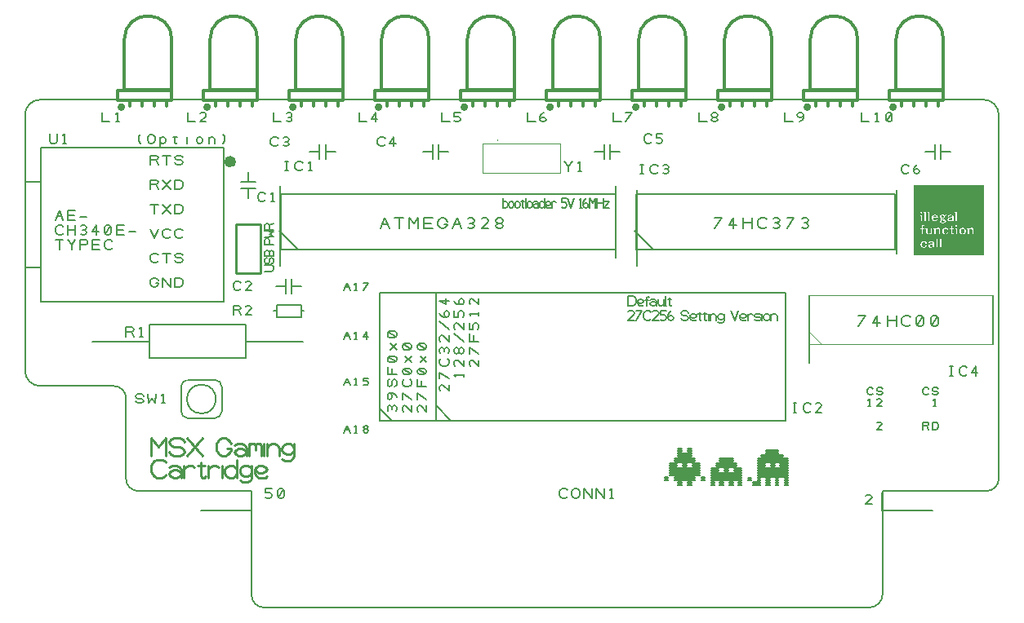
<source format=gbr>
G04 DesignSpark PCB PRO Gerber Version 10.0 Build 5299*
G04 #@! TF.Part,Single*
G04 #@! TF.FileFunction,Legend,Top*
G04 #@! TF.FilePolarity,Positive*
%FSLAX35Y35*%
%MOIN*%
%ADD25C,0.00197*%
%ADD27C,0.00394*%
%ADD19C,0.00500*%
%ADD29C,0.00591*%
%ADD28C,0.00709*%
%ADD72C,0.00787*%
%ADD130C,0.00984*%
%ADD74C,0.01000*%
%ADD73C,0.01200*%
G04 #@! TD.AperFunction*
X0Y0D02*
D02*
D19*
X40250Y134844D02*
Y197837D01*
X115053D01*
Y134844D01*
X40250D01*
Y148841D02*
Y183841D01*
X33844D01*
Y148841D01*
X40250D01*
X43803Y203282D02*
Y200470D01*
X44116Y199844D01*
X44741Y199532D01*
X45991D01*
X46616Y199844D01*
X46928Y200470D01*
Y203282D01*
X49428Y199532D02*
X50678D01*
X50053D02*
Y203282D01*
X49428Y202657D01*
X46303Y168144D02*
X47866Y171894D01*
X49428Y168144D01*
X46928Y169707D02*
X48803D01*
X51303Y168144D02*
Y171894D01*
X54428D01*
X53803Y170019D02*
X51303D01*
Y168144D02*
X54428D01*
X56303Y169394D02*
X58803D01*
X49428Y162769D02*
X49116Y162457D01*
X48491Y162144D01*
X47553D01*
X46928Y162457D01*
X46616Y162769D01*
X46303Y163394D01*
Y164644D01*
X46616Y165269D01*
X46928Y165582D01*
X47553Y165894D01*
X48491D01*
X49116Y165582D01*
X49428Y165269D01*
X51303Y162144D02*
Y165894D01*
Y164019D02*
X54428D01*
Y162144D02*
Y165894D01*
X56616Y162457D02*
X57241Y162144D01*
X57866D01*
X58491Y162457D01*
X58803Y163082D01*
X58491Y163707D01*
X57866Y164019D01*
X57241D01*
X57866D02*
X58491Y164332D01*
X58803Y164957D01*
X58491Y165582D01*
X57866Y165894D01*
X57241D01*
X56616Y165582D01*
X62866Y162144D02*
Y165894D01*
X61303Y163394D01*
X63803D01*
X66616Y162457D02*
X67241Y162144D01*
X67866D01*
X68491Y162457D01*
X68803Y163082D01*
Y164957D01*
X68491Y165582D01*
X67866Y165894D01*
X67241D01*
X66616Y165582D01*
X66303Y164957D01*
Y163082D01*
X66616Y162457D01*
X68491Y165582D01*
X71303Y162144D02*
Y165894D01*
X74428D01*
X73803Y164019D02*
X71303D01*
Y162144D02*
X74428D01*
X76303Y163394D02*
X78803D01*
X47866Y156144D02*
Y159894D01*
X46303D02*
X49428D01*
X52866Y156144D02*
Y158019D01*
X51303Y159894D01*
X52866Y158019D02*
X54428Y159894D01*
X56303Y156144D02*
Y159894D01*
X58491D01*
X59116Y159582D01*
X59428Y158957D01*
X59116Y158332D01*
X58491Y158019D01*
X56303D01*
X61303Y156144D02*
Y159894D01*
X64428D01*
X63803Y158019D02*
X61303D01*
Y156144D02*
X64428D01*
X69428Y156769D02*
X69116Y156457D01*
X68491Y156144D01*
X67553D01*
X66928Y156457D01*
X66616Y156769D01*
X66303Y157394D01*
Y158644D01*
X66616Y159269D01*
X66928Y159582D01*
X67553Y159894D01*
X68491D01*
X69116Y159582D01*
X69428Y159269D01*
X65250Y212032D02*
Y208282D01*
X68375D01*
X70875D02*
X72125D01*
X71500D02*
Y212032D01*
X70875Y211407D01*
X71932Y214296D02*
G75*
G03*
X74413I1240J0D01*
G01*
G75*
G03*
X71932I-1240J0D01*
G01*
G36*
X71932Y214296D02*
G75*
G03*
X74413I1240J0D01*
G01*
G75*
G03*
X71932I-1240J0D01*
G01*
G37*
X75053Y120506D02*
Y124256D01*
X77241D01*
X77866Y123944D01*
X78178Y123319D01*
X77866Y122694D01*
X77241Y122381D01*
X75053D01*
X77241D02*
X78178Y120506D01*
X80678D02*
X81928D01*
X81303D02*
Y124256D01*
X80678Y123631D01*
X80991Y199394D02*
X80366Y200332D01*
Y202519D01*
X80991Y203144D01*
X83803Y200644D02*
Y201894D01*
X84116Y202519D01*
X84428Y202832D01*
X85053Y203144D01*
X85678D01*
X86303Y202832D01*
X86616Y202519D01*
X86928Y201894D01*
Y200644D01*
X86616Y200019D01*
X86303Y199707D01*
X85678Y199394D01*
X85053D01*
X84428Y199707D01*
X84116Y200019D01*
X83803Y200644D01*
X88803Y201894D02*
Y198457D01*
Y200332D02*
X89116Y199707D01*
X89741Y199394D01*
X90366D01*
X90991Y199707D01*
X91303Y200332D01*
Y200957D01*
X90991Y201582D01*
X90366Y201894D01*
X89741D01*
X89116Y201582D01*
X88803Y200957D01*
Y200332D01*
X94324Y201894D02*
X95782D01*
X95053Y202519D02*
Y199707D01*
X95366Y199394D01*
X95678D01*
X95991Y199707D01*
X100053Y199394D02*
Y201894D01*
Y202832D02*
X103803Y200332D02*
X104116Y199707D01*
X104741Y199394D01*
X105366D01*
X105991Y199707D01*
X106303Y200332D01*
Y200957D01*
X105991Y201582D01*
X105366Y201894D01*
X104741D01*
X104116Y201582D01*
X103803Y200957D01*
Y200332D01*
X108803Y199394D02*
Y201894D01*
Y200957D02*
X109116Y201582D01*
X109741Y201894D01*
X110366D01*
X110991Y201582D01*
X111303Y200957D01*
Y199394D01*
X114741D02*
X115366Y200332D01*
Y202519D01*
X114741Y203144D01*
X79000Y94220D02*
X79313Y93594D01*
X79937Y93282D01*
X81187D01*
X81813Y93594D01*
X82125Y94220D01*
X81813Y94844D01*
X81187Y95157D01*
X79937D01*
X79313Y95470D01*
X79000Y96094D01*
X79313Y96720D01*
X79937Y97032D01*
X81187D01*
X81813Y96720D01*
X82125Y96094D01*
X84000Y97032D02*
X84313Y93282D01*
X85563Y95157D01*
X86813Y93282D01*
X87125Y97032D01*
X89625Y93282D02*
X90875D01*
X90250D02*
Y97032D01*
X89625Y96407D01*
X85053Y190782D02*
Y194532D01*
X87241D01*
X87866Y194220D01*
X88178Y193594D01*
X87866Y192970D01*
X87241Y192657D01*
X85053D01*
X87241D02*
X88178Y190782D01*
X91616D02*
Y194532D01*
X90053D02*
X93178D01*
X95053Y191720D02*
X95366Y191094D01*
X95991Y190782D01*
X97241D01*
X97866Y191094D01*
X98178Y191720D01*
X97866Y192344D01*
X97241Y192657D01*
X95991D01*
X95366Y192970D01*
X95053Y193594D01*
X95366Y194220D01*
X95991Y194532D01*
X97241D01*
X97866Y194220D01*
X98178Y193594D01*
X85053Y180782D02*
Y184532D01*
X87241D01*
X87866Y184220D01*
X88178Y183594D01*
X87866Y182970D01*
X87241Y182657D01*
X85053D01*
X87241D02*
X88178Y180782D01*
X90053D02*
X93178Y184532D01*
X90053D02*
X93178Y180782D01*
X95053D02*
Y184532D01*
X96928D01*
X97553Y184220D01*
X97866Y183907D01*
X98178Y183282D01*
Y182032D01*
X97866Y181407D01*
X97553Y181094D01*
X96928Y180782D01*
X95053D01*
X86616Y170782D02*
Y174532D01*
X85053D02*
X88178D01*
X90053Y170782D02*
X93178Y174532D01*
X90053D02*
X93178Y170782D01*
X95053D02*
Y174532D01*
X96928D01*
X97553Y174220D01*
X97866Y173907D01*
X98178Y173282D01*
Y172032D01*
X97866Y171407D01*
X97553Y171094D01*
X96928Y170782D01*
X95053D01*
X85053Y164532D02*
X86616Y160782D01*
X88178Y164532D01*
X93178Y161407D02*
X92866Y161094D01*
X92241Y160782D01*
X91303D01*
X90678Y161094D01*
X90366Y161407D01*
X90053Y162032D01*
Y163282D01*
X90366Y163907D01*
X90678Y164220D01*
X91303Y164532D01*
X92241D01*
X92866Y164220D01*
X93178Y163907D01*
X98178Y161407D02*
X97866Y161094D01*
X97241Y160782D01*
X96303D01*
X95678Y161094D01*
X95366Y161407D01*
X95053Y162032D01*
Y163282D01*
X95366Y163907D01*
X95678Y164220D01*
X96303Y164532D01*
X97241D01*
X97866Y164220D01*
X98178Y163907D01*
X88178Y151407D02*
X87866Y151094D01*
X87241Y150782D01*
X86303D01*
X85678Y151094D01*
X85366Y151407D01*
X85053Y152032D01*
Y153282D01*
X85366Y153907D01*
X85678Y154220D01*
X86303Y154532D01*
X87241D01*
X87866Y154220D01*
X88178Y153907D01*
X91616Y150782D02*
Y154532D01*
X90053D02*
X93178D01*
X95053Y151720D02*
X95366Y151094D01*
X95991Y150782D01*
X97241D01*
X97866Y151094D01*
X98178Y151720D01*
X97866Y152344D01*
X97241Y152657D01*
X95991D01*
X95366Y152970D01*
X95053Y153594D01*
X95366Y154220D01*
X95991Y154532D01*
X97241D01*
X97866Y154220D01*
X98178Y153594D01*
X87241Y142344D02*
X88178D01*
Y142032D01*
X87866Y141407D01*
X87553Y141094D01*
X86928Y140782D01*
X86303D01*
X85678Y141094D01*
X85366Y141407D01*
X85053Y142032D01*
Y143282D01*
X85366Y143907D01*
X85678Y144220D01*
X86303Y144532D01*
X86928D01*
X87553Y144220D01*
X87866Y143907D01*
X88178Y143282D01*
X90053Y140782D02*
Y144532D01*
X93178Y140782D01*
Y144532D01*
X95053Y140782D02*
Y144532D01*
X96928D01*
X97553Y144220D01*
X97866Y143907D01*
X98178Y143282D01*
Y142032D01*
X97866Y141407D01*
X97553Y141094D01*
X96928Y140782D01*
X95053D01*
X100250Y212032D02*
Y208282D01*
X103375D01*
X107750D02*
X105250D01*
X107437Y210470D01*
X107750Y211094D01*
X107437Y211720D01*
X106813Y212032D01*
X105875D01*
X105250Y211720D01*
X100398Y87079D02*
X111224D01*
G75*
G03*
X114177Y90031I0J2953D01*
G01*
Y99874D01*
G75*
G03*
X111224Y102827I-2953J0D01*
G01*
X100398D01*
G75*
G03*
X97445Y99874I0J-2953D01*
G01*
Y90031D01*
G75*
G03*
X100398Y87079I2953J0D01*
G01*
X105811Y100839D02*
G75*
G03*
Y89028I0J-5906D01*
G01*
G75*
G03*
Y100839I0J5906D01*
G01*
X106932Y214296D02*
G75*
G03*
X109413I1240J0D01*
G01*
G75*
G03*
X106932I-1240J0D01*
G01*
G36*
X106932Y214296D02*
G75*
G03*
X109413I1240J0D01*
G01*
G75*
G03*
X106932I-1240J0D01*
G01*
G37*
X117553Y189844D02*
G75*
G03*
Y194044I0J2100D01*
G01*
G75*
G03*
Y189844I0J-2100D01*
G01*
G36*
X117553Y189844D02*
G75*
G03*
Y194044I0J2100D01*
G01*
G75*
G03*
Y189844I0J-2100D01*
G01*
G37*
X118803Y129394D02*
Y133144D01*
X120991D01*
X121616Y132832D01*
X121928Y132207D01*
X121616Y131582D01*
X120991Y131269D01*
X118803D01*
X120991D02*
X121928Y129394D01*
X126303D02*
X123803D01*
X125991Y131582D01*
X126303Y132207D01*
X125991Y132832D01*
X125366Y133144D01*
X124428D01*
X123803Y132832D01*
X121928Y140019D02*
X121616Y139707D01*
X120991Y139394D01*
X120053D01*
X119428Y139707D01*
X119116Y140019D01*
X118803Y140644D01*
Y141894D01*
X119116Y142519D01*
X119428Y142832D01*
X120053Y143144D01*
X120991D01*
X121616Y142832D01*
X121928Y142519D01*
X126303Y139394D02*
X123803D01*
X125991Y141582D01*
X126303Y142207D01*
X125991Y142832D01*
X125366Y143144D01*
X124428D01*
X123803Y142832D01*
X125053Y181094D02*
Y177094D01*
Y187594D02*
Y183594D01*
X128053Y181094D02*
X122053D01*
X128053Y183594D02*
X122053D01*
X131928Y176269D02*
X131616Y175957D01*
X130991Y175644D01*
X130053D01*
X129428Y175957D01*
X129116Y176269D01*
X128803Y176894D01*
Y178144D01*
X129116Y178769D01*
X129428Y179082D01*
X130053Y179394D01*
X130991D01*
X131616Y179082D01*
X131928Y178769D01*
X134428Y175644D02*
X135678D01*
X135053D02*
Y179394D01*
X134428Y178769D01*
X131500Y9707D02*
G75*
G02*
X126220Y14987I0J5280D01*
G01*
Y57344D01*
X80041D01*
G75*
G02*
X75041Y62344I0J5000D01*
G01*
Y95258D01*
G75*
G03*
X70041Y100258I-5000J0D01*
G01*
X40054D01*
G75*
G02*
X33804Y106508I0J6250D01*
G01*
Y211094D01*
G75*
G02*
X40054Y217344I6250J0D01*
G01*
X425054D01*
G75*
G02*
X431304Y211094I0J-6250D01*
G01*
Y62344D01*
G75*
G02*
X426304Y57344I-5000J0D01*
G01*
X383858D01*
Y15204D01*
G75*
G02*
X378361Y9707I-5497J0D01*
G01*
X131500D01*
X137125Y198907D02*
X136813Y198594D01*
X136187Y198282D01*
X135250D01*
X134625Y198594D01*
X134313Y198907D01*
X134000Y199532D01*
Y200782D01*
X134313Y201407D01*
X134625Y201720D01*
X135250Y202032D01*
X136187D01*
X136813Y201720D01*
X137125Y201407D01*
X139313Y198594D02*
X139937Y198282D01*
X140563D01*
X141187Y198594D01*
X141500Y199220D01*
X141187Y199844D01*
X140563Y200157D01*
X139937D01*
X140563D02*
X141187Y200470D01*
X141500Y201094D01*
X141187Y201720D01*
X140563Y202032D01*
X139937D01*
X139313Y201720D01*
X135250Y212032D02*
Y208282D01*
X138375D01*
X140563Y208594D02*
X141187Y208282D01*
X141813D01*
X142437Y208594D01*
X142750Y209220D01*
X142437Y209844D01*
X141813Y210157D01*
X141187D01*
X141813D02*
X142437Y210470D01*
X142750Y211094D01*
X142437Y211720D01*
X141813Y212032D01*
X141187D01*
X140563Y211720D01*
X136500Y128457D02*
X146500D01*
Y133457D01*
X136500D01*
Y128457D01*
Y130957D02*
X135250D01*
X137750Y163594D02*
X145250Y156094D01*
X138204D02*
X274989D01*
Y178594D01*
X138204D01*
Y156094D01*
X139937Y188282D02*
X141187D01*
X140563D02*
Y192032D01*
X139937D02*
X141187D01*
X147125Y188907D02*
X146813Y188594D01*
X146187Y188282D01*
X145250D01*
X144625Y188594D01*
X144313Y188907D01*
X144000Y189532D01*
Y190782D01*
X144313Y191407D01*
X144625Y191720D01*
X145250Y192032D01*
X146187D01*
X146813Y191720D01*
X147125Y191407D01*
X149625Y188282D02*
X150875D01*
X150250D02*
Y192032D01*
X149625Y191407D01*
X140250Y137957D02*
Y143957D01*
Y140957D02*
X136250D01*
X141932Y214296D02*
G75*
G03*
X144413I1240J0D01*
G01*
G75*
G03*
X141932I-1240J0D01*
G01*
G36*
X141932Y214296D02*
G75*
G03*
X144413I1240J0D01*
G01*
G75*
G03*
X141932I-1240J0D01*
G01*
G37*
X142750Y137957D02*
Y143957D01*
X146500Y130957D02*
X147750D01*
X146750Y140957D02*
X142750D01*
X150000Y196094D02*
X154000D01*
Y199094D02*
Y193094D01*
X156500Y196094D02*
X160500D01*
X156500Y199094D02*
Y193094D01*
X170250Y212032D02*
Y208282D01*
X173375D01*
X176813D02*
Y212032D01*
X175250Y209532D01*
X177750D01*
X176932Y214296D02*
G75*
G03*
X179413I1240J0D01*
G01*
G75*
G03*
X176932I-1240J0D01*
G01*
G36*
X176932Y214296D02*
G75*
G03*
X179413I1240J0D01*
G01*
G75*
G03*
X176932I-1240J0D01*
G01*
G37*
X180875Y198907D02*
X180563Y198594D01*
X179937Y198282D01*
X179000D01*
X178375Y198594D01*
X178063Y198907D01*
X177750Y199532D01*
Y200782D01*
X178063Y201407D01*
X178375Y201720D01*
X179000Y202032D01*
X179937D01*
X180563Y201720D01*
X180875Y201407D01*
X184313Y198282D02*
Y202032D01*
X182750Y199532D01*
X185250D01*
X200250Y193094D02*
Y199094D01*
Y196094D02*
X196250D01*
X202750Y193094D02*
Y199094D01*
X204000Y212032D02*
Y208282D01*
X207125D01*
X209000Y208594D02*
X209625Y208282D01*
X210563D01*
X211187Y208594D01*
X211500Y209220D01*
Y209532D01*
X211187Y210157D01*
X210563Y210470D01*
X209000D01*
Y212032D01*
X211500D01*
X206750Y196094D02*
X202750D01*
X211932Y214296D02*
G75*
G03*
X214413I1240J0D01*
G01*
G75*
G03*
X211932I-1240J0D01*
G01*
G36*
X211932Y214296D02*
G75*
G03*
X214413I1240J0D01*
G01*
G75*
G03*
X211932I-1240J0D01*
G01*
G37*
X239000Y212032D02*
Y208282D01*
X242125D01*
X244000Y209220D02*
X244313Y209844D01*
X244937Y210157D01*
X245563D01*
X246187Y209844D01*
X246500Y209220D01*
X246187Y208594D01*
X245563Y208282D01*
X244937D01*
X244313Y208594D01*
X244000Y209220D01*
Y210157D01*
X244313Y211094D01*
X244937Y211720D01*
X245563Y212032D01*
X246932Y214296D02*
G75*
G03*
X249413I1240J0D01*
G01*
G75*
G03*
X246932I-1240J0D01*
G01*
G36*
X246932Y214296D02*
G75*
G03*
X249413I1240J0D01*
G01*
G75*
G03*
X246932I-1240J0D01*
G01*
G37*
X255129Y55139D02*
X254817Y54827D01*
X254191Y54514D01*
X253254D01*
X252629Y54827D01*
X252317Y55139D01*
X252004Y55764D01*
Y57014D01*
X252317Y57639D01*
X252629Y57952D01*
X253254Y58264D01*
X254191D01*
X254817Y57952D01*
X255129Y57639D01*
X257004Y55764D02*
Y57014D01*
X257317Y57639D01*
X257629Y57952D01*
X258254Y58264D01*
X258879D01*
X259504Y57952D01*
X259817Y57639D01*
X260129Y57014D01*
Y55764D01*
X259817Y55139D01*
X259504Y54827D01*
X258879Y54514D01*
X258254D01*
X257629Y54827D01*
X257317Y55139D01*
X257004Y55764D01*
X262004Y54514D02*
Y58264D01*
X265129Y54514D01*
Y58264D01*
X267004Y54514D02*
Y58264D01*
X270129Y54514D01*
Y58264D01*
X272629Y54514D02*
X273879D01*
X273254D02*
Y58264D01*
X272629Y57639D01*
X255563Y188144D02*
Y190019D01*
X254000Y191894D01*
X255563Y190019D02*
X257125Y191894D01*
X259625Y188144D02*
X260875D01*
X260250D02*
Y191894D01*
X259625Y191269D01*
X270250Y193094D02*
Y199094D01*
Y196094D02*
X266250D01*
X272750Y193094D02*
Y199094D01*
X274000Y212032D02*
Y208282D01*
X277125D01*
X279000D02*
X281500Y212032D01*
X279000D01*
X276750Y196094D02*
X272750D01*
X281932Y214296D02*
G75*
G03*
X284413I1240J0D01*
G01*
G75*
G03*
X281932I-1240J0D01*
G01*
G36*
X281932Y214296D02*
G75*
G03*
X284413I1240J0D01*
G01*
G75*
G03*
X281932I-1240J0D01*
G01*
G37*
X282750Y163594D02*
X290250Y156094D01*
X283204D02*
X389000D01*
Y178594D01*
X283204D01*
Y156094D01*
X284937Y187032D02*
X286187D01*
X285563D02*
Y190782D01*
X284937D02*
X286187D01*
X292125Y187657D02*
X291813Y187344D01*
X291187Y187032D01*
X290250D01*
X289625Y187344D01*
X289313Y187657D01*
X289000Y188282D01*
Y189532D01*
X289313Y190157D01*
X289625Y190470D01*
X290250Y190782D01*
X291187D01*
X291813Y190470D01*
X292125Y190157D01*
X294313Y187344D02*
X294937Y187032D01*
X295563D01*
X296187Y187344D01*
X296500Y187970D01*
X296187Y188594D01*
X295563Y188907D01*
X294937D01*
X295563D02*
X296187Y189220D01*
X296500Y189844D01*
X296187Y190470D01*
X295563Y190782D01*
X294937D01*
X294313Y190470D01*
X289625Y200157D02*
X289313Y199844D01*
X288687Y199532D01*
X287750D01*
X287125Y199844D01*
X286813Y200157D01*
X286500Y200782D01*
Y202032D01*
X286813Y202657D01*
X287125Y202970D01*
X287750Y203282D01*
X288687D01*
X289313Y202970D01*
X289625Y202657D01*
X291500Y199844D02*
X292125Y199532D01*
X293063D01*
X293687Y199844D01*
X294000Y200470D01*
Y200782D01*
X293687Y201407D01*
X293063Y201720D01*
X291500D01*
Y203282D01*
X294000D01*
X309000Y212032D02*
Y208282D01*
X312125D01*
X314937Y210157D02*
X315563D01*
X316187Y210470D01*
X316500Y211094D01*
X316187Y211720D01*
X315563Y212032D01*
X314937D01*
X314313Y211720D01*
X314000Y211094D01*
X314313Y210470D01*
X314937Y210157D01*
X314313Y209844D01*
X314000Y209220D01*
X314313Y208594D01*
X314937Y208282D01*
X315563D01*
X316187Y208594D01*
X316500Y209220D01*
X316187Y209844D01*
X315563Y210157D01*
X316932Y214296D02*
G75*
G03*
X319413I1240J0D01*
G01*
G75*
G03*
X316932I-1240J0D01*
G01*
G36*
X316932Y214296D02*
G75*
G03*
X319413I1240J0D01*
G01*
G75*
G03*
X316932I-1240J0D01*
G01*
G37*
X344000Y212032D02*
Y208282D01*
X347125D01*
X349937D02*
X350563Y208594D01*
X351187Y209220D01*
X351500Y210157D01*
Y211094D01*
X351187Y211720D01*
X350563Y212032D01*
X349937D01*
X349313Y211720D01*
X349000Y211094D01*
X349313Y210470D01*
X349937Y210157D01*
X350563D01*
X351187Y210470D01*
X351500Y211094D01*
X347437Y89532D02*
X348687D01*
X348063D02*
Y93282D01*
X347437D02*
X348687D01*
X354625Y90157D02*
X354313Y89844D01*
X353687Y89532D01*
X352750D01*
X352125Y89844D01*
X351813Y90157D01*
X351500Y90782D01*
Y92032D01*
X351813Y92657D01*
X352125Y92970D01*
X352750Y93282D01*
X353687D01*
X354313Y92970D01*
X354625Y92657D01*
X359000Y89532D02*
X356500D01*
X358687Y91720D01*
X359000Y92344D01*
X358687Y92970D01*
X358063Y93282D01*
X357125D01*
X356500Y92970D01*
X351932Y214296D02*
G75*
G03*
X354413I1240J0D01*
G01*
G75*
G03*
X351932I-1240J0D01*
G01*
G36*
X351932Y214296D02*
G75*
G03*
X354413I1240J0D01*
G01*
G75*
G03*
X351932I-1240J0D01*
G01*
G37*
X375250Y212032D02*
Y208282D01*
X378375D01*
X380875D02*
X382125D01*
X381500D02*
Y212032D01*
X380875Y211407D01*
X385563Y208594D02*
X386187Y208282D01*
X386813D01*
X387437Y208594D01*
X387750Y209220D01*
Y211094D01*
X387437Y211720D01*
X386813Y212032D01*
X386187D01*
X385563Y211720D01*
X385250Y211094D01*
Y209220D01*
X385563Y208594D01*
X387437Y211720D01*
X386932Y214296D02*
G75*
G03*
X389413I1240J0D01*
G01*
G75*
G03*
X386932I-1240J0D01*
G01*
G36*
X386932Y214296D02*
G75*
G03*
X389413I1240J0D01*
G01*
G75*
G03*
X386932I-1240J0D01*
G01*
G37*
X394625Y187657D02*
X394313Y187344D01*
X393687Y187032D01*
X392750D01*
X392125Y187344D01*
X391813Y187657D01*
X391500Y188282D01*
Y189532D01*
X391813Y190157D01*
X392125Y190470D01*
X392750Y190782D01*
X393687D01*
X394313Y190470D01*
X394625Y190157D01*
X396500Y187970D02*
X396813Y188594D01*
X397437Y188907D01*
X398063D01*
X398687Y188594D01*
X399000Y187970D01*
X398687Y187344D01*
X398063Y187032D01*
X397437D01*
X396813Y187344D01*
X396500Y187970D01*
Y188907D01*
X396813Y189844D01*
X397437Y190470D01*
X398063Y190782D01*
X401250Y196094D02*
X405250D01*
Y199094D02*
Y193094D01*
X407750Y196094D02*
X411750D01*
X407750Y199094D02*
Y193094D01*
X411187Y104532D02*
X412437D01*
X411813D02*
Y108282D01*
X411187D02*
X412437D01*
X418375Y105157D02*
X418063Y104844D01*
X417437Y104532D01*
X416500D01*
X415875Y104844D01*
X415563Y105157D01*
X415250Y105782D01*
Y107032D01*
X415563Y107657D01*
X415875Y107970D01*
X416500Y108282D01*
X417437D01*
X418063Y107970D01*
X418375Y107657D01*
X421813Y104532D02*
Y108282D01*
X420250Y105782D01*
X422750D01*
D02*
D25*
X396500Y154044D02*
X424800D01*
X396500Y154544D02*
X424800D01*
X396500Y155044D02*
X424800D01*
X396500Y155844D02*
X424800D01*
X396500Y156344D02*
X424800D01*
X396500Y156844D02*
X400300D01*
X396500Y157344D02*
X399400D01*
X396500Y157844D02*
X399100D01*
X396500Y158344D02*
X399100D01*
X396500Y158844D02*
X399200D01*
X396500Y159344D02*
X399399D01*
X396500Y159644D02*
X399800D01*
X396500Y160144D02*
X405500D01*
X396500Y160644D02*
X405200D01*
X396500Y161144D02*
X424800D01*
X396500Y161644D02*
X424800D01*
X396500Y162144D02*
X424800D01*
X396500Y162644D02*
X399500Y162645D01*
X396500Y163144D02*
X399500Y163145D01*
X396500Y163444D02*
X399500Y163444D01*
X396500Y163944D02*
X399500Y163944D01*
X396500Y164444D02*
X399500D01*
X396500Y164944D02*
X399000D01*
X396500Y165444D02*
X399500D01*
X396500Y165944D02*
X399600Y165945D01*
X396500Y166444D02*
X424800D01*
X396500Y166944D02*
X407700Y166944D01*
X396500Y167244D02*
X407000D01*
X396500Y167744D02*
X404500D01*
X396500Y168244D02*
X399200D01*
X396500Y168744D02*
X399200D01*
X396500Y169244D02*
X399200D01*
X396500Y169744D02*
X399200D01*
X396500Y170244D02*
X398900D01*
X396500Y170744D02*
X400700D01*
X396500Y171544D02*
X399100D01*
X396500Y172044D02*
X424800D01*
X396500Y172544D02*
X424800D01*
X396500Y173044D02*
X424800D01*
X396500Y173544D02*
X424800D01*
X396500Y174044D02*
X424800D01*
X396500Y174544D02*
X424800D01*
X396500Y175344D02*
X424800D01*
X396500Y175844D02*
X424800D01*
X396500Y176344D02*
X424800D01*
X396500Y176844D02*
X424800D01*
X396500Y177344D02*
X424800D01*
X396500Y177844D02*
X424800D01*
X396500Y178344D02*
X424800D01*
X396500Y178844D02*
X424800D01*
X396500Y179144D02*
X424800D01*
X396500Y179644D02*
X424800D01*
X396500Y180144D02*
X424800D01*
X396500Y180644D02*
X424800D01*
X396500Y181144D02*
X424800D01*
X396500Y181644D02*
X424800D01*
X396500Y182144D02*
X424800D01*
X396500Y154144D02*
X424800Y154144D01*
X396500Y154244D02*
X424800D01*
X396500Y154344D02*
X424800Y154345D01*
X396500Y154444D02*
X424800D01*
X396500Y154644D02*
X424800D01*
X396500Y154744D02*
X424800D01*
X396500Y154844D02*
X424800Y154844D01*
X396500Y154944D02*
X424800D01*
X396500Y155144D02*
X424800D01*
X396500Y155244D02*
X424800Y155244D01*
X396500Y155344D02*
X424800Y155344D01*
X396500Y155444D02*
X424800D01*
X396500Y155544D02*
X424800D01*
X396500Y155644D02*
X424800D01*
X396500Y155744D02*
X424800Y155744D01*
X396500Y155944D02*
X424800D01*
X396500Y156044D02*
X424800D01*
X396500Y156144D02*
X424800D01*
X396500Y156244D02*
X424800Y156244D01*
X396500Y156444D02*
X424800Y156445D01*
X396500Y156544D02*
X424800D01*
X396500Y156644D02*
X424800D01*
X396500Y156744D02*
X424800Y156744D01*
X396500Y156944D02*
X399900Y156945D01*
X396500Y157044D02*
X399700D01*
X396500Y157144D02*
X399500Y157145D01*
X396500Y157244D02*
X399400Y157244D01*
X396500Y157444D02*
X399300D01*
X396500Y157544D02*
X399200D01*
X396500Y157644D02*
X399200Y157644D01*
X396500Y157744D02*
X399200D01*
X396500Y157944D02*
X399100D01*
X396500Y158044D02*
X399100D01*
X396500Y158144D02*
X399100D01*
X396500Y158244D02*
X399100D01*
X396500Y158444D02*
X399100D01*
X396500Y158544D02*
X399100D01*
X396500Y158644D02*
X399100Y158644D01*
X396500Y158744D02*
X399100D01*
X396500Y158944D02*
X399200D01*
X396500Y159044D02*
X399200D01*
X396500Y159144D02*
X399300Y159144D01*
X396500Y159244D02*
X399400D01*
X396500Y159444D02*
X399500D01*
X396500Y159544D02*
X399700D01*
X396500Y159744D02*
X400100D01*
X396500Y159844D02*
X405500D01*
X396500Y159944D02*
X405500D01*
X396500Y160044D02*
X405500Y160044D01*
X396500Y160244D02*
X405500D01*
X396500Y160344D02*
X405200Y160344D01*
X396500Y160444D02*
X405200D01*
X396500Y160544D02*
X405200Y160545D01*
X396500Y160744D02*
X405200Y160745D01*
X396500Y160844D02*
X424800D01*
X396500Y160944D02*
X424800D01*
X396500Y161044D02*
X424800D01*
X396500Y161244D02*
X424800Y161244D01*
X396500Y161344D02*
X424800D01*
X396500Y161444D02*
X424800Y161445D01*
X396500Y161544D02*
X424800D01*
X396500Y161744D02*
X424800Y161744D01*
X396500Y161844D02*
X424800D01*
X396500Y161944D02*
X424800Y161945D01*
X396500Y162044D02*
X424800D01*
X396500Y162244D02*
X424800D01*
X396500Y162344D02*
X401900Y162345D01*
X396500Y162444D02*
X399500Y162445D01*
X396500Y162544D02*
X399500D01*
X396500Y162744D02*
X399500Y162744D01*
X396500Y162844D02*
X399500D01*
X396500Y162944D02*
X399500D01*
X396500Y163044D02*
X399500D01*
X396500Y163244D02*
X399500Y163244D01*
X396500Y163344D02*
X399500D01*
X396500Y163544D02*
X399500D01*
X396500Y163644D02*
X399500D01*
X396500Y163744D02*
X399500D01*
X396500Y163844D02*
X399500D01*
X396500Y164044D02*
X399500D01*
X396500Y164144D02*
X399500D01*
X396500Y164244D02*
X399500Y164245D01*
X396500Y164344D02*
X399500D01*
X396500Y164544D02*
X399000D01*
X396500Y164644D02*
X399000D01*
X396500Y164744D02*
X399000Y164745D01*
X396500Y164844D02*
X399000D01*
X396500Y165044D02*
X399000Y165044D01*
X396500Y165144D02*
X399500D01*
X396500Y165244D02*
X399500Y165245D01*
X396500Y165344D02*
X399500D01*
X396500Y165544D02*
X399500Y165544D01*
X396500Y165644D02*
X399500D01*
X396500Y165744D02*
X399500Y165745D01*
X396500Y165844D02*
X399500D01*
X396500Y166044D02*
X399600D01*
X396500Y166144D02*
X399700D01*
X396500Y166244D02*
X400000Y166245D01*
X396500Y166344D02*
X413600D01*
X396500Y166544D02*
X424800D01*
X396500Y166644D02*
X424800Y166644D01*
X396500Y166744D02*
X424800Y166744D01*
X396500Y166844D02*
X424800D01*
X396500Y167044D02*
X407300D01*
X396500Y167144D02*
X407100D01*
X396500Y167344D02*
X407000D01*
X396500Y167444D02*
X406900D01*
X396500Y167544D02*
X406900D01*
X396500Y167644D02*
X406900D01*
X396500Y167844D02*
X399200D01*
X396500Y167944D02*
X399200D01*
X396500Y168044D02*
X399200D01*
X396500Y168144D02*
X399200D01*
X396500Y168344D02*
X399200D01*
X396500Y168444D02*
X399200D01*
X396500Y168544D02*
X399200Y168544D01*
X396500Y168644D02*
X399200D01*
X396500Y168844D02*
X399200D01*
X396500Y168944D02*
X399200D01*
X396500Y169044D02*
X399200D01*
X396500Y169144D02*
X399200D01*
X396500Y169344D02*
X399200D01*
X396500Y169444D02*
X399200D01*
X396500Y169544D02*
X399200Y169544D01*
X396500Y169644D02*
X399200D01*
X396500Y169844D02*
X399200D01*
X396500Y169944D02*
X398900D01*
X396500Y170044D02*
X398900Y170044D01*
X396500Y170144D02*
X398900D01*
X396500Y170344D02*
X398900D01*
X396500Y170444D02*
X398900Y170444D01*
X396500Y170544D02*
X400700Y170544D01*
X396500Y170644D02*
X400700D01*
X396500Y170844D02*
X400700D01*
X396500Y170944D02*
X399300D01*
X396500Y171044D02*
X399200Y171044D01*
X396500Y171144D02*
X399100D01*
X396500Y171244D02*
X399100Y171244D01*
X396500Y171344D02*
X399100D01*
X396500Y171444D02*
X399100Y171445D01*
X396500Y171644D02*
X399200D01*
X396500Y171744D02*
X399300D01*
X396500Y171844D02*
X424800D01*
X396500Y171944D02*
X424800Y171944D01*
X396500Y172144D02*
X424800Y172145D01*
X396500Y172244D02*
X424800D01*
X396500Y172344D02*
X424800D01*
X396500Y172444D02*
X424800Y172444D01*
X396500Y172644D02*
X424800Y172644D01*
X396500Y172744D02*
X424800D01*
X396500Y172844D02*
X424800D01*
X396500Y172944D02*
X424800D01*
X396500Y173144D02*
X424800Y173144D01*
X396500Y173244D02*
X424800D01*
X396500Y173344D02*
X424800Y173345D01*
X396500Y173444D02*
X424800D01*
X396500Y173644D02*
X424800Y173644D01*
X396500Y173744D02*
X424800D01*
X396500Y173844D02*
X424800Y173845D01*
X396500Y173944D02*
X424800D01*
X396500Y174144D02*
X424800D01*
X396500Y174244D02*
X424800D01*
X396500Y174344D02*
X424800Y174344D01*
X396500Y174444D02*
X424800D01*
X396500Y174644D02*
X424800D01*
X396500Y174744D02*
X424800Y174744D01*
X396500Y174844D02*
X424800Y174844D01*
X396500Y174944D02*
X424800D01*
X396500Y175044D02*
X424800D01*
X396500Y175144D02*
X424800D01*
X396500Y175244D02*
X424800Y175244D01*
X396500Y175444D02*
X424800D01*
X396500Y175544D02*
X424800D01*
X396500Y175644D02*
X424800D01*
X396500Y175744D02*
X424800Y175744D01*
X396500Y175944D02*
X424800Y175945D01*
X396500Y176044D02*
X424800D01*
X396500Y176144D02*
X424800D01*
X396500Y176244D02*
X424800Y176244D01*
X396500Y176444D02*
X424800Y176444D01*
X396500Y176544D02*
X424800D01*
X396500Y176644D02*
X424800D01*
X396500Y176744D02*
X424800D01*
X396500Y176944D02*
X424800Y176944D01*
X396500Y177044D02*
X424800D01*
X396500Y177144D02*
X424800Y177145D01*
X396500Y177244D02*
X424800D01*
X396500Y177444D02*
X424800Y177444D01*
X396500Y177544D02*
X424800D01*
X396500Y177644D02*
X424800Y177645D01*
X396500Y177744D02*
X424800D01*
X396500Y177944D02*
X424800D01*
X396500Y178044D02*
X424800D01*
X396500Y178144D02*
X424800Y178145D01*
X396500Y178244D02*
X424800D01*
X396500Y178444D02*
X424800D01*
X396500Y178544D02*
X424800Y178544D01*
X396500Y178644D02*
X424800Y178644D01*
X396500Y178744D02*
X424800D01*
X396500Y178944D02*
X424800D01*
X396500Y179044D02*
X424800Y179044D01*
X396500Y179244D02*
X424800D01*
X396500Y179344D02*
X424800D01*
X396500Y179444D02*
X424800D01*
X396500Y179544D02*
X424800Y179544D01*
X396500Y179744D02*
X424800Y179745D01*
X396500Y179844D02*
X424800D01*
X396500Y179944D02*
X424800D01*
X396500Y180044D02*
X424800Y180044D01*
X396500Y180244D02*
X424800D01*
X396500Y180344D02*
X424800D01*
X396500Y180444D02*
X424800D01*
X396500Y180544D02*
X424800D01*
X396500Y180744D02*
X424800Y180744D01*
X396500Y180844D02*
X424800D01*
X396500Y180944D02*
X424800Y180945D01*
X396500Y181044D02*
X424800D01*
X396500Y181244D02*
X424800Y181244D01*
X396500Y181344D02*
X424800D01*
X396500Y181444D02*
X424800Y181445D01*
X396500Y181544D02*
X424800D01*
X396500Y181744D02*
X424800D01*
X396500Y181844D02*
X424800D01*
X396500Y181944D02*
X424800Y181945D01*
X396500Y182044D02*
X424800D01*
X396500Y182244D02*
X424800D01*
X400000Y158145D02*
X402400Y158144D01*
X400000Y158244D02*
X402500D01*
X400000Y158044D02*
X402300D01*
X400000Y158344D02*
X402600D01*
X400000Y158444D02*
X402800Y158444D01*
X400000Y158544D02*
X403000D01*
X400000Y170944D02*
X400700D01*
X400000Y171744D02*
X424800D01*
X400100Y168244D02*
X400700D01*
X400100Y168744D02*
X400700D01*
X400100Y169244D02*
X400700D01*
X400100Y171544D02*
X400400D01*
X400100Y157744D02*
X401100D01*
X400100Y157845D02*
X401100Y157844D01*
X400100Y157944D02*
X401100D01*
X400100Y158644D02*
X401100Y158644D01*
X400100Y158744D02*
X401100D01*
X400100Y158844D02*
X401100Y158844D01*
X400100Y167844D02*
X400700D01*
X400100Y168044D02*
X400700D01*
X400100Y168145D02*
X400700Y168144D01*
X400100Y168344D02*
X400700D01*
X400100Y168544D02*
X400700Y168544D01*
X400100Y168644D02*
X400700D01*
X400100Y168844D02*
X400700D01*
X400100Y169044D02*
X400700Y169044D01*
X400100Y169144D02*
X400700D01*
X400100Y169344D02*
X400700D01*
X400100Y169544D02*
X400700Y169544D01*
X400100Y169644D02*
X400700D01*
X400100Y169745D02*
X400700Y169744D01*
X400100Y169844D02*
X400700D01*
X400100Y170044D02*
X400700Y170044D01*
X400100Y170144D02*
X400700D01*
X400100Y170245D02*
X400700Y170244D01*
X400100Y170344D02*
X400700D01*
X400100Y171044D02*
X400700Y171044D01*
X400100Y171144D02*
X400400Y171145D01*
X400100Y171644D02*
X400400Y171645D01*
X400100Y167944D02*
X400700D01*
X400100Y168444D02*
X400700D01*
X400100Y168944D02*
X400700D01*
X400100Y169444D02*
X400700D01*
X400100Y169944D02*
X400700D01*
X400100Y170444D02*
X400700D01*
X400100Y171444D02*
X400400Y171445D01*
X400200Y158944D02*
X401000D01*
X400200Y157644D02*
X401000Y157645D01*
X400200Y159044D02*
X401000D01*
X400200Y171244D02*
X400400Y171244D01*
X400200Y171344D02*
X400400D01*
X400300Y157544D02*
X400900D01*
X400399Y165144D02*
X405800D01*
X400400Y159144D02*
X400800Y159144D01*
X400400Y162444D02*
X401700D01*
X400400Y162544D02*
X401600Y162544D01*
X400400Y162644D02*
X401500D01*
X400400Y162844D02*
X401400Y162845D01*
X400400Y162944D02*
X401400D01*
X400400Y163044D02*
X401400Y163044D01*
X400400Y163345D02*
X401400D01*
X400400Y163444D02*
X401400D01*
X400400Y163744D02*
X401400D01*
X400400Y163845D02*
X401400D01*
X400400Y163944D02*
X401400D01*
X400400Y164144D02*
X401400D01*
X400400Y164244D02*
X401400D01*
X400400Y164345D02*
X401400D01*
X400400Y164444D02*
X401400D01*
X400400Y165244D02*
X411500Y165244D01*
X400400Y165444D02*
X411500D01*
X400400Y165644D02*
X411500D01*
X400400Y162744D02*
X401500D01*
X400400Y163144D02*
X401400D01*
X400400Y163244D02*
X401400D01*
X400400Y163545D02*
X401400Y163544D01*
X400400Y163644D02*
X401400D01*
X400400Y164045D02*
X401400Y164044D01*
X400400Y165344D02*
X411500Y165344D01*
X400400Y165544D02*
X411500D01*
X400500Y157444D02*
X400800Y157444D01*
X400900Y156844D02*
X403000D01*
X401000Y164844D02*
X401100D01*
X401000Y165745D02*
X411500Y165744D01*
X401000Y165844D02*
X411500D01*
X401000Y166245D02*
X413500Y166244D01*
X401000Y164544D02*
X401100D01*
X401000Y164644D02*
X401100D01*
X401000Y164944D02*
X401100D01*
X401000Y165044D02*
X401100Y165044D01*
X401000Y165944D02*
X411500Y165945D01*
X401000Y166044D02*
X413400Y166044D01*
X401000Y166144D02*
X413400D01*
X401000Y164744D02*
X401100Y164744D01*
X401100Y159744D02*
X403100D01*
X401300Y156944D02*
X402600Y156944D01*
X401400Y159644D02*
X402800Y159644D01*
X401400Y157044D02*
X402500Y157044D01*
X401500Y159544D02*
X402600Y159544D01*
X401600Y157144D02*
X402400Y157144D01*
X401600Y167944D02*
X402200D01*
X401600Y168244D02*
X402200D01*
X401600Y168444D02*
X402200D01*
X401600Y168544D02*
X402200D01*
X401600Y168744D02*
X402200D01*
X401600Y168944D02*
X402200D01*
X401600Y169044D02*
X402200D01*
X401600Y169244D02*
X402200D01*
X401600Y169444D02*
X402200D01*
X401600Y169544D02*
X402200D01*
X401600Y169744D02*
X402200D01*
X401600Y170044D02*
X402200D01*
X401600Y170244D02*
X402200D01*
X401600Y170544D02*
X402200D01*
X401600Y170744D02*
X402200D01*
X401600Y171044D02*
X402200D01*
X401600Y171244D02*
X401900Y171244D01*
X401600Y171544D02*
X401900D01*
X401600Y167844D02*
X402200D01*
X401600Y168044D02*
X402200D01*
X401600Y168144D02*
X402200Y168144D01*
X401600Y168344D02*
X402200D01*
X401600Y168644D02*
X402200Y168644D01*
X401600Y168844D02*
X402200D01*
X401600Y169144D02*
X402200D01*
X401600Y169344D02*
X402200D01*
X401600Y169644D02*
X402200D01*
X401600Y169844D02*
X402200D01*
X401600Y169944D02*
X402200D01*
X401600Y170144D02*
X402200D01*
X401600Y170344D02*
X402200D01*
X401600Y170444D02*
X402200Y170444D01*
X401600Y170644D02*
X402200D01*
X401600Y170844D02*
X402200D01*
X401600Y170944D02*
X402200Y170944D01*
X401600Y171144D02*
X401900D01*
X401600Y171344D02*
X401900D01*
X401600Y171444D02*
X401900Y171445D01*
X401600Y171644D02*
X401900D01*
X401700Y157244D02*
X402300D01*
X401700Y157344D02*
X402300Y157344D01*
X401700Y159444D02*
X402500D01*
X401800Y157544D02*
X402200D01*
X401800Y159244D02*
X402300D01*
X401800Y157444D02*
X402300D01*
X401800Y159345D02*
X402400Y159344D01*
X401900Y157644D02*
X402200D01*
X401900Y157844D02*
X402300Y157845D01*
X401900Y158644D02*
X403300Y158645D01*
X401900Y159045D02*
X402300Y159044D01*
X401900Y159144D02*
X402300Y159144D01*
X401900Y157744D02*
X402200Y157744D01*
X401900Y157944D02*
X402300Y157944D01*
X401900Y158744D02*
X402300D01*
X401900Y158844D02*
X402300Y158845D01*
X401900Y158944D02*
X402299D01*
Y163244D02*
X403200D01*
X402300Y163044D02*
X403100D01*
X402300Y163344D02*
X403200D01*
X402300Y163544D02*
X403200D01*
X402300Y163744D02*
X403200D01*
X402300Y163844D02*
X403200D01*
X402300Y163944D02*
X403200Y163944D01*
X402300Y164044D02*
X403200D01*
X402300Y164244D02*
X403200D01*
X402300Y164344D02*
X403200Y164345D01*
X402300Y164444D02*
X403200Y164444D01*
X402300Y164544D02*
X403200Y164545D01*
X402300Y164744D02*
X403200D01*
X402300Y164844D02*
X403200Y164844D01*
X402300Y164944D02*
X403200Y164944D01*
X402300Y163145D02*
X403199Y163144D01*
X402300Y163444D02*
X403200Y163444D01*
X402300Y163644D02*
X403199D01*
X402300Y164144D02*
X403199D01*
X402300Y164644D02*
X403199D01*
X402300Y165044D02*
X403200Y165045D01*
X402400Y162944D02*
X402900D01*
X402500Y162844D02*
X402700Y162844D01*
X403100Y167944D02*
X404000D01*
X403100Y168244D02*
X403800D01*
X403100Y168744D02*
X403600D01*
X403100Y169244D02*
X403600D01*
X403100Y169744D02*
X403700D01*
X403100Y170044D02*
X403800Y170045D01*
X403100Y170244D02*
X404000D01*
X403100Y170544D02*
X404500D01*
X403100Y170744D02*
X413400D01*
X403100Y171044D02*
X413400D01*
X403100Y171244D02*
X413100D01*
X403100Y171544D02*
X413100D01*
X403100Y158744D02*
X403800D01*
X403100Y162344D02*
X408699D01*
X403100Y167844D02*
X404200Y167845D01*
X403100Y168044D02*
X403900D01*
X403100Y168144D02*
X403800D01*
X403100Y168344D02*
X403700Y168345D01*
X403100Y168444D02*
X403699D01*
X403100Y168544D02*
X403600D01*
X403100Y168644D02*
X403600D01*
X403100Y168844D02*
X403600D01*
X403100Y168944D02*
X403600D01*
X403100Y169044D02*
X403600D01*
X403100Y169144D02*
X403600D01*
X403100Y169344D02*
X403600D01*
X403100Y169444D02*
X403600D01*
X403100Y169544D02*
X403600D01*
X403100Y169644D02*
X403600D01*
X403100Y169844D02*
X403700D01*
X403100Y169944D02*
X403700D01*
X403100Y170144D02*
X403900D01*
X403100Y170344D02*
X404100D01*
X403100Y170444D02*
X404200D01*
X403100Y170644D02*
X413400D01*
X403100Y170844D02*
X413400D01*
X403100Y170944D02*
X413400Y170944D01*
X403100Y171144D02*
X413100D01*
X403100Y171344D02*
X413100D01*
X403100Y171444D02*
X413100Y171444D01*
X403100Y171644D02*
X413100D01*
X403199Y157544D02*
X403800D01*
X403200Y157644D02*
X403900Y157644D01*
X403200Y157744D02*
X404000Y157744D01*
X403200Y157844D02*
X404100D01*
X403200Y158844D02*
X404100Y158844D01*
X403200Y158944D02*
X404000D01*
X403300Y159044D02*
X404000Y159044D01*
X403300Y162445D02*
X403300Y157444D02*
X403500Y157444D01*
X403300Y157944D02*
X404100Y157944D01*
X403400Y159144D02*
X403800Y159144D01*
X403500Y156844D02*
X424800D01*
X403500Y158044D02*
X404100D01*
X403800Y158145D02*
X404100Y158144D01*
X403900Y156944D02*
X424800Y156944D01*
X404100Y162644D02*
X404700D01*
X404100Y163144D02*
X404700Y163144D01*
X404100Y163444D02*
X404700D01*
X404100Y163944D02*
X404700D01*
X404100Y164444D02*
X404700D01*
X404100Y164944D02*
X404400D01*
X404100Y157044D02*
X404199D01*
X404100Y159744D02*
X405500D01*
X404100Y162444D02*
X404700Y162444D01*
X404100Y162544D02*
X404700Y162544D01*
X404100Y162744D02*
X404700D01*
X404100Y162844D02*
X404700Y162845D01*
X404100Y162944D02*
X404700Y162944D01*
X404100Y163044D02*
X404700D01*
X404100Y163244D02*
X404700D01*
X404100Y163344D02*
X404700Y163345D01*
X404100Y163544D02*
X404700D01*
X404100Y163644D02*
X404700Y163644D01*
X404100Y163744D02*
X404700D01*
X404100Y163844D02*
X404700Y163845D01*
X404100Y164044D02*
X404700Y164045D01*
X404100Y164144D02*
X404700Y164144D01*
X404100Y164244D02*
X404700D01*
X404100Y164344D02*
X404700Y164345D01*
X404100Y164544D02*
X404400D01*
X404100Y164644D02*
X404400D01*
X404100Y164744D02*
X404400D01*
X404100Y164844D02*
X404400D01*
X404100Y165044D02*
X404400D01*
Y159644D02*
X405500Y159644D01*
X404500Y168844D02*
X407200D01*
X404500Y168744D02*
X405700D01*
X404500Y168944D02*
X407300D01*
X404600Y169744D02*
X405500D01*
X404600Y159544D02*
X405500Y159544D01*
X404600Y168544D02*
X405700D01*
X404600Y168644D02*
X405700Y168644D01*
X404600Y169644D02*
X405500D01*
X404700Y168444D02*
X405600Y168444D01*
X404700Y159444D02*
X405500D01*
X404700Y169844D02*
X405400D01*
X404800Y168344D02*
X405500D01*
X404800Y159344D02*
X405500D01*
X404800Y169944D02*
X405300D01*
X404900Y159144D02*
X405500D01*
X404900Y159044D02*
X405500Y159044D01*
X404900Y159244D02*
X405500D01*
X405000Y157244D02*
X405500D01*
X405000Y157444D02*
X405500D01*
X405000Y157744D02*
X405500D01*
X405000Y157944D02*
X405500D01*
X405000Y158244D02*
X405500D01*
X405000Y158444D02*
X405500D01*
X405000Y158744D02*
X405500D01*
X405000Y157144D02*
X405500D01*
X405000Y157344D02*
X405500D01*
X405000Y157544D02*
X405500D01*
X405000Y157644D02*
X405500D01*
X405000Y157844D02*
X405500D01*
X405000Y158044D02*
X405500D01*
X405000Y158144D02*
X405500D01*
X405000Y158344D02*
X405500D01*
X405000Y158544D02*
X405500D01*
X405000Y158644D02*
X405500D01*
X405000Y158844D02*
X405500D01*
X405000Y158944D02*
X405500D01*
X405000Y170044D02*
X405100D01*
X405100Y157044D02*
X405500D01*
X405500Y165044D02*
X405600Y165044D01*
X405599Y162744D02*
X406500D01*
X405599Y163244D02*
X406500D01*
X405599Y163744D02*
X406500D01*
X405600Y162445D02*
X406500Y162444D01*
X405600Y162544D02*
X406500D01*
X405600Y162844D02*
X406500Y162844D01*
X405600Y163044D02*
X406500D01*
X405600Y163344D02*
X406500D01*
X405600Y163444D02*
X406500Y163444D01*
X405600Y163544D02*
X406500D01*
X405600Y163844D02*
X406500Y163844D01*
X405600Y163944D02*
X406500Y163944D01*
X405600Y164044D02*
X406500D01*
X405600Y164244D02*
X406500D01*
X405600Y162645D02*
X406500Y162644D01*
X405600Y162944D02*
X406500Y162944D01*
X405600Y163145D02*
X406500Y163144D01*
X405600Y163644D02*
X406500D01*
X405600Y164144D02*
X406500D01*
X405600Y170544D02*
X407600D01*
X405700Y164345D02*
X406500Y164344D01*
X405700Y167744D02*
X406900D01*
X405800Y164444D02*
X406500D01*
X405900Y164544D02*
X406400D01*
X405900Y167844D02*
X406900D01*
X405900Y170444D02*
X407400D01*
X406000Y170344D02*
X407200D01*
X406100Y167944D02*
X406999D01*
X406100Y170245D02*
X407200D01*
X406200Y168044D02*
X407000D01*
X406200Y170144D02*
X407100D01*
X406300Y168144D02*
X407200Y168145D01*
X406300Y170044D02*
X407000Y170044D01*
X406400Y157044D02*
X406999D01*
X406400Y157344D02*
X407000D01*
X406400Y157644D02*
X407000D01*
X406400Y157844D02*
X407000D01*
X406400Y158144D02*
X407000D01*
X406400Y158344D02*
X407000D01*
X406400Y158644D02*
X407000D01*
X406400Y158844D02*
X407000Y158844D01*
X406400Y159144D02*
X407000D01*
X406400Y159344D02*
X406999D01*
X406400Y159644D02*
X407000D01*
X406400Y159844D02*
X406999D01*
X406400Y160144D02*
X407000D01*
X406400Y160344D02*
X406700Y160344D01*
X406400Y160644D02*
X406700D01*
X406400Y168244D02*
X407200D01*
X406400Y168444D02*
X407100D01*
X406400Y169744D02*
X407000D01*
X406400Y157144D02*
X407000Y157144D01*
X406400Y157244D02*
X407000Y157244D01*
X406400Y157444D02*
X407000Y157445D01*
X406400Y157544D02*
X406999D01*
X406400Y157744D02*
X407000Y157744D01*
X406400Y157944D02*
X407000D01*
X406400Y158044D02*
X406999D01*
X406400Y158244D02*
X407000D01*
X406400Y158444D02*
X407000D01*
X406400Y158544D02*
X406999D01*
X406400Y158744D02*
X407000D01*
X406400Y158944D02*
X407000D01*
X406400Y159044D02*
X407000D01*
X406400Y159244D02*
X407000D01*
X406400Y159444D02*
X407000D01*
X406400Y159544D02*
X407000D01*
X406400Y159744D02*
X407000D01*
X406400Y159944D02*
X407000D01*
X406400Y160044D02*
X407000D01*
X406400Y160244D02*
X407000D01*
X406400Y160444D02*
X406700D01*
X406400Y160544D02*
X406700Y160545D01*
X406400Y160744D02*
X406700D01*
X406400Y168344D02*
X407100D01*
X406400Y169844D02*
X407000D01*
X406400Y169944D02*
X406999D01*
X406500Y169644D02*
X407000Y169644D01*
X406500Y168544D02*
X407100Y168545D01*
X406500Y168644D02*
X407100Y168644D01*
X406500Y168744D02*
X407100D01*
X406500Y169044D02*
X407300D01*
X406500Y169144D02*
X407200Y169144D01*
X406500Y169244D02*
X407100D01*
X406500Y169344D02*
X407000D01*
X406500Y169444D02*
X406999D01*
X406500Y169544D02*
X407000D01*
X406900Y165144D02*
X408900D01*
X407100Y165044D02*
X408600Y165044D01*
X407200Y164944D02*
X408400D01*
X407300Y164844D02*
X408300D01*
X407300Y164744D02*
X408200Y164744D01*
X407400Y162644D02*
X408300D01*
X407400Y162944D02*
X408100Y162944D01*
X407400Y163144D02*
X408000Y163144D01*
X407400Y163444D02*
X407900D01*
X407400Y163644D02*
X407900D01*
X407400Y163944D02*
X407900D01*
X407400Y164444D02*
X408000D01*
X407400Y162444D02*
X408500Y162444D01*
X407400Y162544D02*
X408400D01*
X407400Y162744D02*
X408200D01*
X407400Y162844D02*
X408100Y162844D01*
X407400Y163044D02*
X408000Y163044D01*
X407400Y163244D02*
X408000D01*
X407400Y163344D02*
X407900D01*
X407400Y163544D02*
X407900D01*
X407400Y163744D02*
X407900D01*
X407400Y163844D02*
X407900D01*
X407400Y164044D02*
X407900D01*
X407400Y164144D02*
X407900D01*
X407400Y164244D02*
X408000D01*
X407400Y164344D02*
X408000Y164345D01*
X407400Y164544D02*
X408100D01*
X407400Y164644D02*
X408100D01*
X407800Y167644D02*
X408900D01*
X407800Y167844D02*
X408800D01*
X407800Y167744D02*
X408900Y167744D01*
X407900Y157344D02*
X424800D01*
X407900Y157844D02*
X424800D01*
X407900Y158344D02*
X424800D01*
X407900Y158844D02*
X424800D01*
X407900Y159144D02*
X424800D01*
X407900Y159344D02*
X424800D01*
X407900Y159644D02*
X424800D01*
X407900Y160144D02*
X424800D01*
X407900Y160644D02*
X424800D01*
X407900Y169744D02*
X408500D01*
X407900Y157044D02*
X424800D01*
X407900Y157144D02*
X424800D01*
X407900Y157244D02*
X424800D01*
X407900Y157444D02*
X424800Y157444D01*
X407900Y157544D02*
X424800D01*
X407900Y157644D02*
X424800Y157645D01*
X407900Y157744D02*
X424800D01*
X407900Y157944D02*
X424800Y157944D01*
X407900Y158044D02*
X424800D01*
X407900Y158144D02*
X424800Y158145D01*
X407900Y158244D02*
X424800D01*
X407900Y158444D02*
X424800D01*
X407900Y158544D02*
X424800D01*
X407900Y158644D02*
X424800Y158645D01*
X407900Y158744D02*
X424800D01*
X407900Y158944D02*
X424800D01*
X407900Y159044D02*
X424800Y159044D01*
X407900Y159244D02*
X424800D01*
X407900Y159444D02*
X424800D01*
X407900Y159544D02*
X424800Y159544D01*
X407900Y159744D02*
X424800D01*
X407900Y159844D02*
X424800D01*
X407900Y159944D02*
X424800D01*
X407900Y160044D02*
X424800Y160044D01*
X407900Y160244D02*
X424800Y160245D01*
X407900Y160344D02*
X424800D01*
X407900Y160444D02*
X424800D01*
X407900Y160544D02*
X424800Y160544D01*
X407900Y160744D02*
X424800D01*
X407900Y167944D02*
X408400D01*
X407900Y169544D02*
X408500Y169544D01*
X407900Y169644D02*
X408500Y169644D01*
X407900Y169844D02*
X408500D01*
X407999Y169444D02*
X408400D01*
X408000Y167544D02*
X408700D01*
X408000Y168744D02*
X410100D01*
X408000Y169944D02*
X408400D01*
X408200Y170044D02*
X408500Y168644D02*
X410100D01*
X408700Y168844D02*
X410200D01*
X408800Y163544D02*
X411500D01*
X408800Y163644D02*
X411500Y163644D01*
X408800Y163744D02*
X411500D01*
X408800Y163844D02*
X411500Y163845D01*
X408800Y163944D02*
X411500D01*
X408800Y170544D02*
X409200D01*
X408899Y164244D02*
X409900D01*
X408899Y163244D02*
X409899D01*
X408900Y163344D02*
X409900D01*
X408900Y163444D02*
X410000Y163444D01*
X408900Y164044D02*
X409900D01*
X408900Y164144D02*
X409900D01*
X408900Y166945D02*
X424800Y166944D01*
X409000Y164345D02*
X409900Y164344D01*
X409000Y164444D02*
X409800D01*
X409000Y168944D02*
X410200D01*
X409000Y170445D02*
X409100Y170444D01*
X409000Y163044D02*
X409800D01*
X409000Y163144D02*
X409900Y163145D01*
X409100Y169045D02*
X410300Y169044D01*
X409100Y162944D02*
X409700D01*
X409200Y168544D02*
X410100Y168544D01*
X409200Y164544D02*
X409700D01*
X409200Y169144D02*
X410400D01*
X409300Y169344D02*
X410700D01*
X409300Y162844D02*
X409500Y162845D01*
X409300Y167044D02*
X424800D01*
X409300Y169244D02*
X410600D01*
X409399Y169844D02*
X410200D01*
X409400Y169444D02*
X411000D01*
X409400Y169544D02*
X410200D01*
X409400Y169644D02*
X410200D01*
X409400Y169744D02*
X410200D01*
X409400Y168444D02*
X410100D01*
X409500Y167145D02*
X424800Y167144D01*
X409600Y167244D02*
X424800D01*
X409600Y168344D02*
X410100D01*
X409600Y169944D02*
X410200D01*
X409700Y167444D02*
X424800D01*
X409700Y168244D02*
X410100D01*
X409700Y167344D02*
X424800D01*
X409700Y168044D02*
X410200D01*
X409700Y168144D02*
X410200D01*
X409800Y167844D02*
X410400D01*
X409800Y170144D02*
X410300D01*
X409800Y167544D02*
X424800D01*
X409800Y167644D02*
X424800D01*
X409800Y167744D02*
X410600D01*
X409800Y167944D02*
X410300D01*
X409800Y170044D02*
X410200D01*
X409800Y170244D02*
X410300D01*
X409800Y170344D02*
X410500D01*
X409800Y170444D02*
X410600Y170444D01*
X409800Y170544D02*
X410800D01*
X410000Y162345D02*
X415700Y162344D01*
X410000Y165144D02*
X411500Y165144D01*
X410200Y162444D02*
X411800D01*
X410200Y165044D02*
X411000D01*
X410300Y162544D02*
X411600D01*
X410400Y164944D02*
X411000Y164944D01*
X410400Y162645D02*
X411600Y162644D01*
X410500Y162744D02*
X411500D01*
X410500Y164844D02*
X411000Y164844D01*
X410599Y164744D02*
X411000Y164744D01*
X410600Y162844D02*
X411500Y162844D01*
X410600Y162944D02*
X411500Y162944D01*
X410700Y163144D02*
X411500Y163144D01*
X410700Y163444D02*
X411500D01*
X410700Y164144D02*
X411500D01*
X410700Y164444D02*
X411500D01*
X410700Y164644D02*
X411000D01*
X410700Y163044D02*
X411500D01*
X410700Y163244D02*
X411500D01*
X410700Y163344D02*
X411500Y163344D01*
X410700Y164044D02*
X411500D01*
X410700Y164244D02*
X411500D01*
X410700Y164344D02*
X411500Y164345D01*
X410700Y164544D02*
X411000D01*
Y168544D02*
X411800Y168544D01*
X411000Y169544D02*
X411400Y169545D01*
X411000Y169644D02*
X412000D01*
X411100Y168344D02*
X411600D01*
X411100Y168644D02*
X412000D01*
X411100Y169844D02*
X411900Y169844D01*
X411100Y168444D02*
X411700D01*
X411100Y168744D02*
X412000D01*
X411100Y169744D02*
X411900D01*
X411200Y169944D02*
X411800D01*
X411300Y168845D02*
X412000Y168844D01*
X411400Y170045D02*
X411600Y170044D01*
X411500Y168944D02*
X412000D01*
X411700Y167744D02*
X424800D01*
X411900Y167844D02*
X412100D01*
X411900Y169045D02*
X412000Y169044D01*
X412100Y170544D02*
X413400D01*
X412400Y163044D02*
X413500D01*
X412400Y163544D02*
X413500D01*
X412400Y164044D02*
X413500D01*
X412400Y164344D02*
X413500D01*
X412400Y165245D02*
X424800D01*
X412400Y165344D02*
X424800D01*
X412400Y165745D02*
X413400Y165745D01*
X412400Y165844D02*
X413400D01*
X412400Y163144D02*
X413500D01*
X412400Y163344D02*
X413500Y163344D01*
X412400Y163444D02*
X413500D01*
X412400Y163644D02*
X413500D01*
X412400Y163844D02*
X413500Y163844D01*
X412400Y163944D02*
X413500D01*
X412400Y164144D02*
X413500D01*
X412400Y164444D02*
X413500D01*
X412400Y165144D02*
X415800D01*
X412400Y165444D02*
X413700D01*
X412400Y165544D02*
X413500Y165544D01*
X412400Y165644D02*
X413400D01*
X412400Y165944D02*
X413400D01*
X412400Y170444D02*
X413400D01*
X412400Y163244D02*
X413500D01*
X412400Y163744D02*
X413500D01*
X412400Y164244D02*
X413500D01*
X412500Y170344D02*
X413400D01*
X412600Y162944D02*
X413500D01*
X412600Y170244D02*
X413400D01*
X412700Y170144D02*
X413400D01*
X412800Y169744D02*
X413400D01*
X412800Y169944D02*
X413400D01*
X412800Y170044D02*
X413400Y170045D01*
X412800Y169844D02*
X413400D01*
X412900Y167844D02*
X413400Y167845D01*
X412900Y168644D02*
X413400Y168644D01*
X412900Y169045D02*
X413400Y169044D01*
X412900Y169144D02*
X413400D01*
X412900Y169545D02*
X413400Y169545D01*
X412900Y169644D02*
X413400D01*
X412900Y167944D02*
X413400D01*
X412900Y168144D02*
X413400D01*
X412900Y168244D02*
X413400D01*
X412900Y168344D02*
X413400D01*
X412900Y168444D02*
X413400D01*
X412900Y168744D02*
X413400D01*
X412900Y168844D02*
X413400D01*
X412900Y168944D02*
X413400D01*
X412900Y169244D02*
X413400D01*
X412900Y169344D02*
X413400D01*
X412900Y169444D02*
X413400D01*
X412900Y168044D02*
X413400D01*
X412900Y168544D02*
X413400D01*
X413100Y162544D02*
X413500D01*
X413100Y164544D02*
X413200D01*
X413100Y164844D02*
X413200D01*
X413100Y165044D02*
X413200Y165044D01*
X413100Y162444D02*
X413500D01*
X413100Y162644D02*
X413500D01*
X413100Y162744D02*
X413500D01*
X413100Y162844D02*
X413500Y162844D01*
X413100Y164644D02*
X413200D01*
X413100Y164744D02*
X413200D01*
X413100Y164944D02*
X413200D01*
X414100Y165444D02*
X424800D01*
X414200Y166344D02*
X424800D01*
X414300Y166244D02*
X424800Y166245D01*
X414300Y168145D02*
X424800Y168144D01*
X414300Y168244D02*
X424800D01*
X414300Y168744D02*
X424800D01*
X414300Y169244D02*
X424800D01*
X414300Y169744D02*
X424800D01*
X414300Y170044D02*
X424800Y170045D01*
X414300Y170244D02*
X424800D01*
X414300Y170445D02*
X424800Y170444D01*
X414300Y170544D02*
X424800D01*
X414300Y170945D02*
X424800Y170944D01*
X414300Y171044D02*
X424800D01*
X414300Y171445D02*
X424800Y171444D01*
X414300Y171544D02*
X424800D01*
X414300Y165544D02*
X424800Y165544D01*
X414300Y167844D02*
X424800D01*
X414300Y167944D02*
X424800Y167944D01*
X414300Y168044D02*
X424800D01*
X414300Y168344D02*
X424800D01*
X414300Y168444D02*
X424800Y168444D01*
X414300Y168544D02*
X424800D01*
X414300Y168644D02*
X424800Y168644D01*
X414300Y168844D02*
X424800Y168844D01*
X414300Y169044D02*
X424800Y169045D01*
X414300Y169144D02*
X424800D01*
X414300Y169344D02*
X424800Y169344D01*
X414300Y169544D02*
X424800Y169545D01*
X414300Y169644D02*
X424800D01*
X414300Y169844D02*
X424800Y169844D01*
X414300Y170144D02*
X424800D01*
X414300Y170344D02*
X424800D01*
X414300Y170644D02*
X424800D01*
X414300Y170744D02*
X424800Y170744D01*
X414300Y170844D02*
X424800D01*
X414300Y171144D02*
X424800D01*
X414300Y171244D02*
X424800Y171244D01*
X414300Y171344D02*
X424800D01*
X414300Y171644D02*
X424800D01*
X414300Y168944D02*
X424800D01*
X414300Y169444D02*
X424800D01*
X414300Y169944D02*
X424800D01*
X414400Y162544D02*
X415300D01*
X414400Y162844D02*
X415100D01*
X414400Y163044D02*
X415000D01*
X414400Y163344D02*
X414900D01*
X414400Y163544D02*
X414900D01*
X414400Y163844D02*
X414900D01*
X414400Y164044D02*
X414900D01*
X414400Y164344D02*
X415000D01*
X414400Y164544D02*
X415000D01*
X414400Y164844D02*
X415300D01*
X414400Y165644D02*
X424800D01*
X414400Y165844D02*
X424800D01*
X414400Y166144D02*
X424800D01*
X414400Y162644D02*
X415200Y162645D01*
X414400Y162944D02*
X415000D01*
X414400Y163144D02*
X414900D01*
X414400Y163444D02*
X414900D01*
X414400Y163644D02*
X414900D01*
X414400Y163944D02*
X414900D01*
X414400Y164144D02*
X414900D01*
X414400Y164444D02*
X415000D01*
X414400Y164644D02*
X415099D01*
X414400Y164944D02*
X415400D01*
X414400Y165944D02*
X424800D01*
X414400Y162444D02*
X415500D01*
X414400Y162744D02*
X415100D01*
X414400Y163244D02*
X414900D01*
X414400Y163744D02*
X414900D01*
X414400Y164244D02*
X414900D01*
X414400Y164744D02*
X415200Y164745D01*
X414400Y165044D02*
X415500D01*
X414400Y165744D02*
X424800Y165745D01*
X414400Y166044D02*
X424800Y166044D01*
X415800Y163944D02*
X416900D01*
X415800Y163444D02*
X416900Y163444D01*
X415800Y163544D02*
X416900D01*
X415800Y163744D02*
X416900D01*
X415800Y164044D02*
X416900D01*
X415800Y163344D02*
X416900Y163344D01*
X415800Y163644D02*
X416900D01*
X415800Y163844D02*
X416900D01*
X415800Y164144D02*
X416900D01*
X415900Y163244D02*
X416800D01*
X415900Y164344D02*
X416800D01*
X415900Y163144D02*
X416800D01*
X415900Y164244D02*
X416800D01*
X416000Y164444D02*
X416700D01*
X416000Y163044D02*
X416700D01*
X416100Y162944D02*
X416600D01*
X416100Y164545D02*
X416600D01*
X416200Y162844D02*
X416400D01*
X416900Y165144D02*
X419500D01*
X417000Y162344D02*
X424800D01*
X417200Y162445D02*
X418300Y162444D01*
X417200Y165044D02*
X418000Y165044D01*
X417300Y164944D02*
X418000Y164944D01*
X417400Y162544D02*
X418300D01*
X417400Y164844D02*
X418000D01*
X417500Y164744D02*
X418000D01*
X417500Y162645D02*
X418300Y162644D01*
X417600Y162845D02*
X418300Y162844D01*
X417600Y162744D02*
X418300D01*
X417600Y164644D02*
X418000Y164644D01*
X417700Y163044D02*
X418300D01*
X417700Y162944D02*
X418300D01*
X417700Y164444D02*
X418300D01*
X417700Y164544D02*
X418000D01*
X417800Y163144D02*
X418300D01*
X417800Y163444D02*
X418300D01*
X417800Y163644D02*
X418300D01*
X417800Y163944D02*
X418300D01*
X417800Y164144D02*
X418300D01*
X417800Y163244D02*
X418300D01*
X417800Y163344D02*
X418300D01*
X417800Y163544D02*
X418300D01*
X417800Y163744D02*
X418300D01*
X417800Y163844D02*
X418300D01*
X417800Y164044D02*
X418300D01*
X417800Y164244D02*
X418300D01*
X417800Y164344D02*
X418300D01*
X419100Y164944D02*
X419100Y165044D02*
X419200D01*
Y162544D02*
X420200D01*
X419200Y162744D02*
X420200D01*
X419200Y162844D02*
X420200Y162844D01*
X419200Y163044D02*
X420200D01*
X419200Y163244D02*
X420200D01*
X419200Y163344D02*
X420200Y163344D01*
X419200Y163544D02*
X420200D01*
X419200Y163744D02*
X420200D01*
X419200Y163844D02*
X420200D01*
X419200Y164044D02*
X420200D01*
X419200Y162444D02*
X420200D01*
X419200Y162644D02*
X420200D01*
X419200Y162944D02*
X420200D01*
X419200Y163144D02*
X420200D01*
X419200Y163444D02*
X420200D01*
X419200Y163644D02*
X420200D01*
X419200Y163944D02*
X420200D01*
X419200Y164144D02*
X420200D01*
X419200Y164244D02*
X420100D01*
X419300Y164344D02*
X420100Y164345D01*
X419400Y164444D02*
X420100D01*
X419500Y164544D02*
X420000D01*
X420500Y165144D02*
X424800D01*
X420700Y165044D02*
X424800Y165044D01*
X420800Y164944D02*
X424800D01*
X420900Y164844D02*
X424800Y164844D01*
X421000Y162544D02*
X424800D01*
X421000Y163044D02*
X424800D01*
X421000Y163544D02*
X424800D01*
X421000Y162445D02*
X424800D01*
X421000Y162644D02*
X424800D01*
X421000Y162844D02*
X424800D01*
X421000Y162944D02*
X424800D01*
X421000Y163144D02*
X424800D01*
X421000Y163344D02*
X424800D01*
X421000Y163444D02*
X424800D01*
X421000Y163644D02*
X424800D01*
X421000Y163844D02*
X424800D01*
X421000Y163944D02*
X424800D01*
X421000Y164045D02*
X424800Y164044D01*
X421000Y164144D02*
X424800D01*
X421000Y164344D02*
X424800D01*
X421000Y164444D02*
X424800D01*
X421000Y164544D02*
X424800D01*
X421000Y164644D02*
X424800D01*
X421000Y162744D02*
X424800D01*
X421000Y163244D02*
X424800D01*
X421000Y163744D02*
X424800D01*
X421000Y164244D02*
X424800D01*
X421000Y164744D02*
X424800D01*
D02*
D27*
X226657Y200543D02*
Y200937D02*
G75*
G03*
Y200543I0J-197D01*
G01*
Y200937D02*
G75*
G02*
Y200543I0J-197D01*
G01*
X252248Y187551D02*
X220752D01*
Y199362D01*
X252248D01*
Y187551D01*
X354000Y117344D02*
Y137344D01*
X429000D01*
Y117344D01*
X354000D01*
X359000D02*
X354000Y122344D01*
D02*
D28*
X201500Y92344D02*
X207750Y86094D01*
X201500Y138594D02*
Y86094D01*
X294803Y61707D02*
X296303D01*
X294803Y62207D02*
X296303D01*
X294803Y62707D02*
X296303D01*
X294803Y63207D02*
X296303D01*
X296803Y63707D02*
X309303D01*
X296803Y64207D02*
X309303D01*
X296803Y64707D02*
X309303D01*
X296803Y65207D02*
X309303D01*
X296803Y65707D02*
X309303D01*
X296803Y66207D02*
X309303D01*
X296803Y66707D02*
X309303D01*
X296803Y67207D02*
X299803D01*
X296803Y67707D02*
X299803D01*
X296803Y68207D02*
X299803D01*
X296803Y68707D02*
X299803D01*
X298803Y61707D02*
X307303D01*
X298803Y62207D02*
X307303D01*
X298803Y62707D02*
X307303D01*
X298803Y63207D02*
X307303D01*
X298803Y69207D02*
X307303D01*
X298803Y69707D02*
X307303D01*
X298803Y70207D02*
X307303D01*
X298803Y70707D02*
X307303D01*
X300303Y59707D02*
X301803D01*
X300303Y60207D02*
X301803D01*
X300303Y60707D02*
X301803D01*
X300303Y61207D02*
X301803D01*
X300303Y71207D02*
X305803D01*
X300303Y71707D02*
X305803D01*
X300303Y72207D02*
X305803D01*
X300303Y72707D02*
X305803D01*
X300303Y73207D02*
X301803D01*
X300303Y73707D02*
X301803D01*
X300303Y74207D02*
X301803D01*
X300303Y74707D02*
X301803D01*
X302303Y67207D02*
X303803D01*
X302303Y67707D02*
X303803D01*
X302303Y68207D02*
X303803D01*
X302303Y68707D02*
X303803D01*
X304303Y59707D02*
X305803D01*
X304303Y60207D02*
X305803D01*
X304303Y60707D02*
X305803D01*
X304303Y61207D02*
X305803D01*
X304303Y73207D02*
X305803D01*
X304303Y73707D02*
X305803D01*
X304303Y74207D02*
X305803D01*
X304303Y74707D02*
X305803D01*
X306303Y67207D02*
X309303D01*
X306303Y67707D02*
X309303D01*
X306303Y68207D02*
X309303D01*
X306303Y68707D02*
X309303D01*
X309803Y61707D02*
X311303D01*
X309803Y62207D02*
X311303D01*
X309803Y62707D02*
X311303D01*
X309803Y63207D02*
X311303D01*
X313803Y59707D02*
X315303D01*
X313803Y60207D02*
X315303D01*
X313803Y60707D02*
X315303D01*
X313803Y61207D02*
X315303D01*
X313803Y61707D02*
X326303D01*
X313803Y62207D02*
X326303D01*
X313803Y62707D02*
X326303D01*
X313803Y63207D02*
X326303D01*
X313803Y63707D02*
X326303D01*
X313803Y64207D02*
X326303D01*
X313803Y64707D02*
X326303D01*
X313803Y65207D02*
X316803D01*
X313803Y65707D02*
X316803D01*
X313803Y66207D02*
X316803D01*
X313803Y66707D02*
X316803D01*
X315803Y67207D02*
X324303D01*
X315803Y67707D02*
X324303D01*
X315803Y68207D02*
X324303D01*
X315803Y68707D02*
X324303D01*
X317303Y59707D02*
X318803D01*
X317303Y60207D02*
X318803D01*
X317303Y60707D02*
X318803D01*
X317303Y61207D02*
X318803D01*
X317303Y69207D02*
X322803D01*
X317303Y69707D02*
X322803D01*
X317303Y70207D02*
X322803D01*
X317303Y70707D02*
X322803D01*
X319303Y65207D02*
X320803D01*
X319303Y65707D02*
X320803D01*
X319303Y66207D02*
X320803D01*
X319303Y66707D02*
X320803D01*
X321303Y59707D02*
X322803D01*
X321303Y60207D02*
X322803D01*
X321303Y60707D02*
X322803D01*
X321303Y61207D02*
X322803D01*
X323303Y65207D02*
X326303D01*
X323303Y65707D02*
X326303D01*
X323303Y66207D02*
X326303D01*
X323303Y66707D02*
X326303D01*
X324803Y59707D02*
X326303D01*
X324803Y60207D02*
X326303D01*
X324803Y60707D02*
X326303D01*
X324803Y61207D02*
X326303D01*
X328803Y61707D02*
X330303D01*
X328803Y62207D02*
X330303D01*
X328803Y62707D02*
X330303D01*
X330803Y59707D02*
X333803D01*
X330803Y60207D02*
X333803D01*
X330803Y60707D02*
X333803D01*
X330803Y61207D02*
X333803D01*
X332803Y61707D02*
X333803D01*
X332803Y62207D02*
X333803D01*
X332803Y62707D02*
X333803D01*
X332803Y63207D02*
X345303D01*
X332803Y63707D02*
X345303D01*
X332803Y64207D02*
X345303D01*
X332803Y64707D02*
X345303D01*
X332803Y65207D02*
X345303D01*
X332803Y65707D02*
X345303D01*
X332803Y66207D02*
X345303D01*
X332803Y66707D02*
X345303D01*
X332803Y67207D02*
X335803D01*
X332803Y67707D02*
X335803D01*
X332803Y68207D02*
X335803D01*
X332803Y68707D02*
X335803D01*
X332803Y69207D02*
X345303D01*
X332803Y69707D02*
X345303D01*
X332803Y70207D02*
X345303D01*
X332803Y70707D02*
X345303D01*
X334303Y71207D02*
X343303D01*
X334303Y71707D02*
X343303D01*
X334303Y72207D02*
X343303D01*
X336303Y59707D02*
X337803D01*
X336303Y60207D02*
X337803D01*
X336303Y60707D02*
X337803D01*
X336303Y61207D02*
X337803D01*
X336303Y61707D02*
X337803D01*
X336303Y62207D02*
X337803D01*
X336303Y62707D02*
X337803D01*
X336303Y72707D02*
X341303D01*
X336303Y73207D02*
X341303D01*
X336303Y73707D02*
X341303D01*
X336303Y74207D02*
X341303D01*
X338303Y67207D02*
X339803D01*
X338303Y67707D02*
X339803D01*
X338303Y68207D02*
X339803D01*
X338303Y68707D02*
X339803D01*
X340303Y59707D02*
X341303D01*
X340303Y60207D02*
X341303D01*
X340303Y60707D02*
X341303D01*
X340303Y61207D02*
X341303D01*
X340303Y61707D02*
X341303D01*
X340303Y62207D02*
X341303D01*
X340303Y62707D02*
X341303D01*
X341803Y67207D02*
X345303D01*
X341803Y67707D02*
X345303D01*
X341803Y68207D02*
X345303D01*
X341803Y68707D02*
X345303D01*
X343803Y59707D02*
X345303D01*
X343803Y60207D02*
X345303D01*
X343803Y60707D02*
X345303D01*
X343803Y61207D02*
X345303D01*
X343803Y61707D02*
X345303D01*
X343803Y62207D02*
X345303D01*
X343803Y62707D02*
X345303D01*
D02*
D29*
X131579Y147207D02*
X134413D01*
X135043Y147459D01*
X135358Y147963D01*
Y148970D01*
X135043Y149474D01*
X134413Y149726D01*
X131579D01*
X134413Y150230D02*
X135043Y150482D01*
X135358Y150986D01*
Y151994D01*
X135043Y152498D01*
X134413Y152750D01*
X133783Y152498D01*
X133469Y151994D01*
Y150986D01*
X133154Y150482D01*
X132524Y150230D01*
X131894Y150482D01*
X131579Y150986D01*
Y151994D01*
X131894Y152498D01*
X132524Y152750D01*
X133469Y155018D02*
X133783Y155522D01*
X134413Y155774D01*
X135043Y155522D01*
X135358Y155018D01*
Y153254D01*
X131579D01*
Y155018D01*
X131894Y155522D01*
X132524Y155774D01*
X133154Y155522D01*
X133469Y155018D01*
Y153254D01*
X135358Y158092D02*
X131579D01*
Y159856D01*
X131894Y160359D01*
X132524Y160611D01*
X133154Y160359D01*
X133469Y159856D01*
Y158092D01*
X131579Y161115D02*
X135358Y161367D01*
X133469Y162375D01*
X135358Y163383D01*
X131579Y163635D01*
X135358Y164139D02*
X131579D01*
Y165903D01*
X131894Y166407D01*
X132524Y166659D01*
X133154Y166407D01*
X133469Y165903D01*
Y164139D01*
Y165903D02*
X135358Y166659D01*
X164000Y81174D02*
X165230Y84127D01*
X166461Y81174D01*
X164492Y82405D02*
X165969D01*
X168429Y81174D02*
X169413D01*
X168921D02*
Y84127D01*
X168429Y83635D01*
X172612Y82651D02*
X173104D01*
X173596Y82897D01*
X173843Y83389D01*
X173596Y83881D01*
X173104Y84127D01*
X172612D01*
X172120Y83881D01*
X171874Y83389D01*
X172120Y82897D01*
X172612Y82651D01*
X172120Y82405D01*
X171874Y81913D01*
X172120Y81420D01*
X172612Y81174D01*
X173104D01*
X173596Y81420D01*
X173843Y81913D01*
X173596Y82405D01*
X173104Y82651D01*
X164000Y100583D02*
X165230Y103535D01*
X166461Y100583D01*
X164492Y101813D02*
X165969D01*
X168429Y100583D02*
X169413D01*
X168921D02*
Y103535D01*
X168429Y103043D01*
X171874Y100829D02*
X172366Y100583D01*
X173104D01*
X173596Y100829D01*
X173843Y101321D01*
Y101567D01*
X173596Y102059D01*
X173104Y102305D01*
X171874D01*
Y103535D01*
X173843D01*
X164000Y119333D02*
X165230Y122285D01*
X166461Y119333D01*
X164492Y120563D02*
X165969D01*
X168429Y119333D02*
X169413D01*
X168921D02*
Y122285D01*
X168429Y121793D01*
X173104Y119333D02*
Y122285D01*
X171874Y120317D01*
X173843D01*
X164000Y139333D02*
X165230Y142285D01*
X166461Y139333D01*
X164492Y140563D02*
X165969D01*
X168429Y139333D02*
X169413D01*
X168921D02*
Y142285D01*
X168429Y141793D01*
X171874Y139333D02*
X173843Y142285D01*
X171874D01*
X228803Y174096D02*
X229055Y173467D01*
X229559Y173152D01*
X230063D01*
X230567Y173467D01*
X230819Y174096D01*
Y174726D01*
X230567Y175356D01*
X230063Y175671D01*
X229559D01*
X229055Y175356D01*
X228803Y174726D01*
Y173152D02*
Y176931D01*
X231302Y174096D02*
X231554Y173467D01*
X232058Y173152D01*
X232562D01*
X233066Y173467D01*
X233318Y174096D01*
Y174726D01*
X233066Y175356D01*
X232562Y175671D01*
X232058D01*
X231554Y175356D01*
X231302Y174726D01*
Y174096D01*
X233802D02*
X234054Y173467D01*
X234557Y173152D01*
X235061D01*
X235565Y173467D01*
X235817Y174096D01*
Y174726D01*
X235565Y175356D01*
X235061Y175671D01*
X234557D01*
X234054Y175356D01*
X233802Y174726D01*
Y174096D01*
X236301Y175671D02*
X237476D01*
X236889Y176301D02*
Y173467D01*
X237141Y173152D01*
X237393D01*
X237645Y173467D01*
X238367Y173152D02*
X238115D01*
Y176931D01*
X238841Y174096D02*
X239093Y173467D01*
X239596Y173152D01*
X240100D01*
X240604Y173467D01*
X240856Y174096D01*
Y174726D01*
X240604Y175356D01*
X240100Y175671D01*
X239596D01*
X239093Y175356D01*
X238841Y174726D01*
Y174096D01*
X241340Y175356D02*
X241844Y175671D01*
X242600D01*
X243104Y175356D01*
X243356Y174726D01*
Y173781D01*
X243104Y173467D01*
X242600Y173152D01*
X242096D01*
X241592Y173467D01*
X241340Y173781D01*
Y174096D01*
X241592Y174411D01*
X242096Y174726D01*
X242600D01*
X243104Y174411D01*
X243356Y174096D01*
Y173781D02*
Y173152D01*
X245855Y174726D02*
X245603Y175356D01*
X245099Y175671D01*
X244595D01*
X244091Y175356D01*
X243839Y174726D01*
Y174096D01*
X244091Y173467D01*
X244595Y173152D01*
X245099D01*
X245603Y173467D01*
X245855Y174096D01*
Y173152D02*
Y176931D01*
X248354Y173467D02*
X248102Y173152D01*
X247598D01*
X247094D01*
X246590Y173467D01*
X246338Y174096D01*
Y175041D01*
X246590Y175356D01*
X247094Y175671D01*
X247598D01*
X248102Y175356D01*
X248354Y175041D01*
Y174726D01*
X248102Y174411D01*
X247598Y174096D01*
X247094D01*
X246590Y174411D01*
X246338Y174726D01*
X248837Y173152D02*
Y175671D01*
Y174726D02*
X249089Y175356D01*
X249593Y175671D01*
X250097D01*
X250601Y175356D01*
X252909Y173467D02*
X253413Y173152D01*
X254169D01*
X254673Y173467D01*
X254925Y174096D01*
Y174411D01*
X254673Y175041D01*
X254169Y175356D01*
X252909D01*
Y176931D01*
X254925D01*
X255408D02*
X256668Y173152D01*
X257928Y176931D01*
X260246Y173152D02*
X261254D01*
X260750D02*
Y176931D01*
X260246Y176301D01*
X261737Y174096D02*
X261989Y174726D01*
X262493Y175041D01*
X262997D01*
X263501Y174726D01*
X263753Y174096D01*
X263501Y173467D01*
X262997Y173152D01*
X262493D01*
X261989Y173467D01*
X261737Y174096D01*
Y175041D01*
X261989Y175986D01*
X262493Y176616D01*
X262997Y176931D01*
X264237Y173152D02*
Y176931D01*
X265496Y175041D01*
X266756Y176931D01*
Y173152D01*
X267260D02*
Y176931D01*
Y175041D02*
X269780D01*
Y173152D02*
Y176931D01*
X270284Y175671D02*
X272300D01*
X270284Y173152D01*
X272300D01*
X280053Y133144D02*
Y136894D01*
X281928D01*
X282553Y136582D01*
X282866Y136269D01*
X283178Y135644D01*
Y134394D01*
X282866Y133769D01*
X282553Y133457D01*
X281928Y133144D01*
X280053D01*
X286303Y133457D02*
X285991Y133144D01*
X285366D01*
X284741D01*
X284116Y133457D01*
X283803Y134082D01*
Y135019D01*
X284116Y135332D01*
X284741Y135644D01*
X285366D01*
X285991Y135332D01*
X286303Y135019D01*
Y134707D01*
X285991Y134394D01*
X285366Y134082D01*
X284741D01*
X284116Y134394D01*
X283803Y134707D01*
X287528Y133144D02*
Y136269D01*
X287841Y136582D01*
X288153D01*
X288466Y136269D01*
X286903Y135332D02*
X288153D01*
X289053D02*
X289678Y135644D01*
X290616D01*
X291241Y135332D01*
X291553Y134707D01*
Y133769D01*
X291241Y133457D01*
X290616Y133144D01*
X289991D01*
X289366Y133457D01*
X289053Y133769D01*
Y134082D01*
X289366Y134394D01*
X289991Y134707D01*
X290616D01*
X291241Y134394D01*
X291553Y134082D01*
Y133769D02*
Y133144D01*
X292153Y135644D02*
Y134082D01*
X292466Y133457D01*
X293091Y133144D01*
X293716D01*
X294341Y133457D01*
X294653Y134082D01*
Y135644D02*
Y133144D01*
X295566D02*
X295253D01*
Y136894D01*
X296153Y135644D02*
X297611D01*
X296882Y136269D02*
Y133457D01*
X297195Y133144D01*
X297507D01*
X297820Y133457D01*
X282553Y127144D02*
X280053D01*
X282241Y129332D01*
X282553Y129957D01*
X282241Y130582D01*
X281616Y130894D01*
X280678D01*
X280053Y130582D01*
X283153Y127144D02*
X285653Y130894D01*
X283153D01*
X289378Y127769D02*
X289066Y127457D01*
X288441Y127144D01*
X287503D01*
X286878Y127457D01*
X286566Y127769D01*
X286253Y128394D01*
Y129644D01*
X286566Y130269D01*
X286878Y130582D01*
X287503Y130894D01*
X288441D01*
X289066Y130582D01*
X289378Y130269D01*
X292503Y127144D02*
X290003D01*
X292191Y129332D01*
X292503Y129957D01*
X292191Y130582D01*
X291566Y130894D01*
X290628D01*
X290003Y130582D01*
X293103Y127457D02*
X293728Y127144D01*
X294666D01*
X295291Y127457D01*
X295603Y128082D01*
Y128394D01*
X295291Y129019D01*
X294666Y129332D01*
X293103D01*
Y130894D01*
X295603D01*
X296203Y128082D02*
X296516Y128707D01*
X297141Y129019D01*
X297766D01*
X298391Y128707D01*
X298703Y128082D01*
X298391Y127457D01*
X297766Y127144D01*
X297141D01*
X296516Y127457D01*
X296203Y128082D01*
Y129019D01*
X296516Y129957D01*
X297141Y130582D01*
X297766Y130894D01*
X301553Y128082D02*
X301866Y127457D01*
X302491Y127144D01*
X303741D01*
X304366Y127457D01*
X304678Y128082D01*
X304366Y128707D01*
X303741Y129019D01*
X302491D01*
X301866Y129332D01*
X301553Y129957D01*
X301866Y130582D01*
X302491Y130894D01*
X303741D01*
X304366Y130582D01*
X304678Y129957D01*
X307803Y127457D02*
X307491Y127144D01*
X306866D01*
X306241D01*
X305616Y127457D01*
X305303Y128082D01*
Y129019D01*
X305616Y129332D01*
X306241Y129644D01*
X306866D01*
X307491Y129332D01*
X307803Y129019D01*
Y128707D01*
X307491Y128394D01*
X306866Y128082D01*
X306241D01*
X305616Y128394D01*
X305303Y128707D01*
X308403Y129644D02*
X309861D01*
X309132Y130269D02*
Y127457D01*
X309445Y127144D01*
X309757D01*
X310070Y127457D01*
X310653Y129644D02*
X312111D01*
X311382Y130269D02*
Y127457D01*
X311695Y127144D01*
X312007D01*
X312320Y127457D01*
X312903Y127144D02*
Y129644D01*
Y130582D02*
X313503Y127144D02*
Y129644D01*
Y128707D02*
X313816Y129332D01*
X314441Y129644D01*
X315066D01*
X315691Y129332D01*
X316003Y128707D01*
Y127144D01*
X319103Y128707D02*
X318791Y129332D01*
X318166Y129644D01*
X317541D01*
X316916Y129332D01*
X316603Y128707D01*
Y128394D01*
X316916Y127769D01*
X317541Y127457D01*
X318166D01*
X318791Y127769D01*
X319103Y128394D01*
Y129644D02*
Y127144D01*
X318791Y126519D01*
X318166Y126207D01*
X317228D01*
X316603Y126519D01*
X321953Y130894D02*
X323516Y127144D01*
X325078Y130894D01*
X328203Y127457D02*
X327891Y127144D01*
X327266D01*
X326641D01*
X326016Y127457D01*
X325703Y128082D01*
Y129019D01*
X326016Y129332D01*
X326641Y129644D01*
X327266D01*
X327891Y129332D01*
X328203Y129019D01*
Y128707D01*
X327891Y128394D01*
X327266Y128082D01*
X326641D01*
X326016Y128394D01*
X325703Y128707D01*
X328803Y127144D02*
Y129644D01*
Y128707D02*
X329116Y129332D01*
X329741Y129644D01*
X330366D01*
X330991Y129332D01*
X331603Y127457D02*
X332228Y127144D01*
X333478D01*
X334103Y127457D01*
Y128082D01*
X333478Y128394D01*
X332228D01*
X331603Y128707D01*
Y129332D01*
X332228Y129644D01*
X333478D01*
X334103Y129332D01*
X334703Y127144D02*
Y129644D01*
Y130582D02*
X335303Y128082D02*
X335616Y127457D01*
X336241Y127144D01*
X336866D01*
X337491Y127457D01*
X337803Y128082D01*
Y128707D01*
X337491Y129332D01*
X336866Y129644D01*
X336241D01*
X335616Y129332D01*
X335303Y128707D01*
Y128082D01*
X338403Y127144D02*
Y129644D01*
Y128707D02*
X338716Y129332D01*
X339341Y129644D01*
X339966D01*
X340591Y129332D01*
X340903Y128707D01*
Y127144D01*
X380014Y97187D02*
X379768Y96941D01*
X379276Y96695D01*
X378537D01*
X378045Y96941D01*
X377799Y97187D01*
X377553Y97679D01*
Y98663D01*
X377799Y99156D01*
X378045Y99402D01*
X378537Y99648D01*
X379276D01*
X379768Y99402D01*
X380014Y99156D01*
X381490Y97433D02*
X381736Y96941D01*
X382228Y96695D01*
X383213D01*
X383705Y96941D01*
X383951Y97433D01*
X383705Y97925D01*
X383213Y98171D01*
X382228D01*
X381736Y98417D01*
X381490Y98909D01*
X381736Y99402D01*
X382228Y99648D01*
X383213D01*
X383705Y99402D01*
X383951Y98909D01*
X378045Y91970D02*
X379030D01*
X378537D02*
Y94923D01*
X378045Y94431D01*
X383459Y91970D02*
X381490D01*
X383213Y93693D01*
X383459Y94185D01*
X383213Y94677D01*
X382720Y94923D01*
X381982D01*
X381490Y94677D01*
X383459Y82522D02*
X381490D01*
X383213Y84244D01*
X383459Y84736D01*
X383213Y85228D01*
X382720Y85474D01*
X381982D01*
X381490Y85228D01*
X402711Y97187D02*
X402465Y96941D01*
X401972Y96695D01*
X401234D01*
X400742Y96941D01*
X400496Y97187D01*
X400250Y97679D01*
Y98663D01*
X400496Y99156D01*
X400742Y99402D01*
X401234Y99648D01*
X401972D01*
X402465Y99402D01*
X402711Y99156D01*
X404187Y97433D02*
X404433Y96941D01*
X404925Y96695D01*
X405909D01*
X406402Y96941D01*
X406648Y97433D01*
X406402Y97925D01*
X405909Y98171D01*
X404925D01*
X404433Y98417D01*
X404187Y98909D01*
X404433Y99402D01*
X404925Y99648D01*
X405909D01*
X406402Y99402D01*
X406648Y98909D01*
X404679Y91970D02*
X405663D01*
X405171D02*
Y94923D01*
X404679Y94431D01*
X400250Y82522D02*
Y85474D01*
X401972D01*
X402465Y85228D01*
X402711Y84736D01*
X402465Y84244D01*
X401972Y83998D01*
X400250D01*
X401972D02*
X402711Y82522D01*
X404187D02*
Y85474D01*
X405663D01*
X406156Y85228D01*
X406402Y84982D01*
X406648Y84490D01*
Y83506D01*
X406402Y83014D01*
X406156Y82768D01*
X405663Y82522D01*
X404187D01*
D02*
D72*
X84571Y118457D02*
X61193D01*
X105687Y49329D02*
X126187D01*
X123941Y111567D02*
X84571D01*
Y125346D01*
X123941D01*
Y111567D01*
X126185Y56827D02*
Y49346D01*
X132004Y54837D02*
X132634Y54522D01*
X133579D01*
X134209Y54837D01*
X134524Y55467D01*
Y55781D01*
X134209Y56411D01*
X133579Y56726D01*
X132004D01*
Y58301D01*
X134524D01*
X137358Y54837D02*
X137988Y54522D01*
X138618D01*
X139248Y54837D01*
X139563Y55467D01*
Y57356D01*
X139248Y57986D01*
X138618Y58301D01*
X137988D01*
X137358Y57986D01*
X137043Y57356D01*
Y55467D01*
X137358Y54837D01*
X139248Y57986D01*
X138000Y149490D02*
Y182093D01*
X147319Y118457D02*
X123941D01*
X178762Y86029D02*
Y138512D01*
X344258D01*
Y86029D01*
X178762D01*
X178803Y164564D02*
X180649Y168993D01*
X182494Y164564D01*
X179541Y166409D02*
X181756D01*
X186554Y164564D02*
Y168993D01*
X184709D02*
X188400D01*
X190614Y164564D02*
Y168993D01*
X192460Y166779D01*
X194305Y168993D01*
Y164564D01*
X196520D02*
Y168993D01*
X200211D01*
X199472Y166779D02*
X196520D01*
Y164564D02*
X200211D01*
X205009Y166409D02*
X206116D01*
Y166041D01*
X205747Y165302D01*
X205378Y164933D01*
X204640Y164564D01*
X203902D01*
X203163Y164933D01*
X202794Y165302D01*
X202425Y166041D01*
Y167517D01*
X202794Y168255D01*
X203163Y168624D01*
X203902Y168993D01*
X204640D01*
X205378Y168624D01*
X205747Y168255D01*
X206116Y167517D01*
X208331Y164564D02*
X210176Y168993D01*
X212022Y164564D01*
X209069Y166409D02*
X211283D01*
X214606Y164933D02*
X215344Y164564D01*
X216082D01*
X216820Y164933D01*
X217189Y165671D01*
X216820Y166409D01*
X216082Y166779D01*
X215344D01*
X216082D02*
X216820Y167148D01*
X217189Y167886D01*
X216820Y168624D01*
X216082Y168993D01*
X215344D01*
X214606Y168624D01*
X223094Y164564D02*
X220142D01*
X222726Y167148D01*
X223094Y167886D01*
X222726Y168624D01*
X221987Y168993D01*
X220880D01*
X220142Y168624D01*
X227155Y166779D02*
X227893D01*
X228631Y167148D01*
X229000Y167886D01*
X228631Y168624D01*
X227893Y168993D01*
X227155D01*
X226417Y168624D01*
X226047Y167886D01*
X226417Y167148D01*
X227155Y166779D01*
X226417Y166409D01*
X226047Y165671D01*
X226417Y164933D01*
X227155Y164564D01*
X227893D01*
X228631Y164933D01*
X229000Y165671D01*
X228631Y166409D01*
X227893Y166779D01*
X183760Y86029D02*
X178760Y91029D01*
X185240Y90159D02*
X185555Y90789D01*
Y91419D01*
X185240Y92049D01*
X184610Y92364D01*
X183980Y92049D01*
X183665Y91419D01*
Y90789D01*
Y91419D02*
X183350Y92049D01*
X182720Y92364D01*
X182091Y92049D01*
X181776Y91419D01*
Y90789D01*
X182091Y90159D01*
X185555Y95829D02*
X185240Y96459D01*
X184610Y97089D01*
X183665Y97404D01*
X182720D01*
X182091Y97089D01*
X181776Y96459D01*
Y95829D01*
X182091Y95199D01*
X182720Y94884D01*
X183350Y95199D01*
X183665Y95829D01*
Y96459D01*
X183350Y97089D01*
X182720Y97404D01*
X184610Y99923D02*
X185240Y100238D01*
X185555Y100868D01*
Y102128D01*
X185240Y102758D01*
X184610Y103073D01*
X183980Y102758D01*
X183665Y102128D01*
Y100868D01*
X183350Y100238D01*
X182720Y99923D01*
X182091Y100238D01*
X181776Y100868D01*
Y102128D01*
X182091Y102758D01*
X182720Y103073D01*
X185555Y104963D02*
X181776D01*
Y108112D01*
X183665Y107482D02*
Y104963D01*
X185240Y110317D02*
X185555Y110947D01*
Y111577D01*
X185240Y112207D01*
X184610Y112522D01*
X182720D01*
X182091Y112207D01*
X181776Y111577D01*
Y110947D01*
X182091Y110317D01*
X182720Y110002D01*
X184610D01*
X185240Y110317D01*
X182091Y112207D01*
X185555Y115041D02*
X183035Y117561D01*
X185555D02*
X183035Y115041D01*
X185240Y120396D02*
X185555Y121026D01*
Y121656D01*
X185240Y122285D01*
X184610Y122600D01*
X182720D01*
X182091Y122285D01*
X181776Y121656D01*
Y121026D01*
X182091Y120396D01*
X182720Y120081D01*
X184610D01*
X185240Y120396D01*
X182091Y122285D01*
X191602Y92364D02*
Y89844D01*
X189398Y92049D01*
X188768Y92364D01*
X188138Y92049D01*
X187823Y91419D01*
Y90474D01*
X188138Y89844D01*
X191602Y94884D02*
X187823Y97404D01*
Y94884D01*
X190972Y103073D02*
X191287Y102758D01*
X191602Y102128D01*
Y101183D01*
X191287Y100553D01*
X190972Y100238D01*
X190343Y99923D01*
X189083D01*
X188453Y100238D01*
X188138Y100553D01*
X187823Y101183D01*
Y102128D01*
X188138Y102758D01*
X188453Y103073D01*
X191287Y105278D02*
X191602Y105907D01*
Y106537D01*
X191287Y107167D01*
X190657Y107482D01*
X188768D01*
X188138Y107167D01*
X187823Y106537D01*
Y105907D01*
X188138Y105278D01*
X188768Y104963D01*
X190657D01*
X191287Y105278D01*
X188138Y107167D01*
X191602Y110002D02*
X189083Y112522D01*
X191602D02*
X189083Y110002D01*
X191287Y115356D02*
X191602Y115986D01*
Y116616D01*
X191287Y117246D01*
X190657Y117561D01*
X188768D01*
X188138Y117246D01*
X187823Y116616D01*
Y115986D01*
X188138Y115356D01*
X188768Y115041D01*
X190657D01*
X191287Y115356D01*
X188138Y117246D01*
X197650Y92364D02*
Y89844D01*
X195445Y92049D01*
X194815Y92364D01*
X194185Y92049D01*
X193870Y91419D01*
Y90474D01*
X194185Y89844D01*
X197650Y94884D02*
X193870Y97404D01*
Y94884D01*
X197650Y99923D02*
X193870D01*
Y103073D01*
X195760Y102443D02*
Y99923D01*
X197335Y105278D02*
X197650Y105907D01*
Y106537D01*
X197335Y107167D01*
X196705Y107482D01*
X194815D01*
X194185Y107167D01*
X193870Y106537D01*
Y105907D01*
X194185Y105278D01*
X194815Y104963D01*
X196705D01*
X197335Y105278D01*
X194185Y107167D01*
X197650Y110002D02*
X195130Y112522D01*
X197650D02*
X195130Y110002D01*
X197335Y115356D02*
X197650Y115986D01*
Y116616D01*
X197335Y117246D01*
X196705Y117561D01*
X194815D01*
X194185Y117246D01*
X193870Y116616D01*
Y115986D01*
X194185Y115356D01*
X194815Y115041D01*
X196705D01*
X197335Y115356D01*
X194185Y117246D01*
X206805Y100799D02*
Y98280D01*
X204600Y100484D01*
X203970Y100799D01*
X203341Y100484D01*
X203026Y99854D01*
Y98909D01*
X203341Y98280D01*
X206805Y103319D02*
X203026Y105839D01*
Y103319D01*
X206175Y111508D02*
X206490Y111193D01*
X206805Y110563D01*
Y109618D01*
X206490Y108988D01*
X206175Y108673D01*
X205545Y108358D01*
X204285D01*
X203656Y108673D01*
X203341Y108988D01*
X203026Y109618D01*
Y110563D01*
X203341Y111193D01*
X203656Y111508D01*
X206490Y113713D02*
X206805Y114343D01*
Y114972D01*
X206490Y115602D01*
X205860Y115917D01*
X205230Y115602D01*
X204915Y114972D01*
Y114343D01*
Y114972D02*
X204600Y115602D01*
X203970Y115917D01*
X203341Y115602D01*
X203026Y114972D01*
Y114343D01*
X203341Y113713D01*
X206805Y120957D02*
Y118437D01*
X204600Y120642D01*
X203970Y120957D01*
X203341Y120642D01*
X203026Y120012D01*
Y119067D01*
X203341Y118437D01*
X206805Y123476D02*
X203026Y126626D01*
X205860Y128516D02*
X205230Y128831D01*
X204915Y129461D01*
Y130091D01*
X205230Y130720D01*
X205860Y131035D01*
X206490Y130720D01*
X206805Y130091D01*
Y129461D01*
X206490Y128831D01*
X205860Y128516D01*
X204915D01*
X203970Y128831D01*
X203341Y129461D01*
X203026Y130091D01*
X206805Y135130D02*
X203026D01*
X205545Y133555D01*
Y136075D01*
X212852Y103949D02*
Y105209D01*
Y104579D02*
X209073D01*
X209703Y103949D01*
X212852Y110878D02*
Y108358D01*
X210648Y110563D01*
X210018Y110878D01*
X209388Y110563D01*
X209073Y109933D01*
Y108988D01*
X209388Y108358D01*
X210963Y114343D02*
Y114972D01*
X210648Y115602D01*
X210018Y115917D01*
X209388Y115602D01*
X209073Y114972D01*
Y114343D01*
X209388Y113713D01*
X210018Y113398D01*
X210648Y113713D01*
X210963Y114343D01*
X211278Y113713D01*
X211907Y113398D01*
X212537Y113713D01*
X212852Y114343D01*
Y114972D01*
X212537Y115602D01*
X211907Y115917D01*
X211278Y115602D01*
X210963Y114972D01*
X212852Y118437D02*
X209073Y121587D01*
X212852Y125996D02*
Y123476D01*
X210648Y125681D01*
X210018Y125996D01*
X209388Y125681D01*
X209073Y125051D01*
Y124106D01*
X209388Y123476D01*
X212537Y128516D02*
X212852Y129146D01*
Y130091D01*
X212537Y130720D01*
X211907Y131035D01*
X211593D01*
X210963Y130720D01*
X210648Y130091D01*
Y128516D01*
X209073D01*
Y131035D01*
X211907Y133555D02*
X211278Y133870D01*
X210963Y134500D01*
Y135130D01*
X211278Y135760D01*
X211907Y136075D01*
X212537Y135760D01*
X212852Y135130D01*
Y134500D01*
X212537Y133870D01*
X211907Y133555D01*
X210963D01*
X210018Y133870D01*
X209388Y134500D01*
X209073Y135130D01*
X218900Y110878D02*
Y108358D01*
X216695Y110563D01*
X216065Y110878D01*
X215435Y110563D01*
X215120Y109933D01*
Y108988D01*
X215435Y108358D01*
X218900Y113398D02*
X215120Y115917D01*
Y113398D01*
X218900Y118437D02*
X215120D01*
Y121587D01*
X217010Y120957D02*
Y118437D01*
X218585Y123476D02*
X218900Y124106D01*
Y125051D01*
X218585Y125681D01*
X217955Y125996D01*
X217640D01*
X217010Y125681D01*
X216695Y125051D01*
Y123476D01*
X215120D01*
Y125996D01*
X218900Y129146D02*
Y130406D01*
Y129776D02*
X215120D01*
X215750Y129146D01*
X218900Y136075D02*
Y133555D01*
X216695Y135760D01*
X216065Y136075D01*
X215435Y135760D01*
X215120Y135130D01*
Y134185D01*
X215435Y133555D01*
X275000Y152596D02*
Y182093D01*
X283508Y149490D02*
Y180337D01*
X315250Y164702D02*
X318203Y169131D01*
X315250D01*
X323001Y164702D02*
Y169131D01*
X321156Y166178D01*
X324108D01*
X327061Y164702D02*
Y169131D01*
Y166917D02*
X330752D01*
Y164702D02*
Y169131D01*
X336657Y165440D02*
X336289Y165071D01*
X335550Y164702D01*
X334443D01*
X333705Y165071D01*
X333336Y165440D01*
X332967Y166178D01*
Y167655D01*
X333336Y168393D01*
X333705Y168762D01*
X334443Y169131D01*
X335550D01*
X336289Y168762D01*
X336657Y168393D01*
X339241Y165071D02*
X339980Y164702D01*
X340718D01*
X341456Y165071D01*
X341825Y165809D01*
X341456Y166547D01*
X340718Y166917D01*
X339980D01*
X340718D02*
X341456Y167285D01*
X341825Y168024D01*
X341456Y168762D01*
X340718Y169131D01*
X339980D01*
X339241Y168762D01*
X344778Y164702D02*
X347730Y169131D01*
X344778D01*
X351052Y165071D02*
X351791Y164702D01*
X352529D01*
X353267Y165071D01*
X353636Y165809D01*
X353267Y166547D01*
X352529Y166917D01*
X351791D01*
X352529D02*
X353267Y167285D01*
X353636Y168024D01*
X353267Y168762D01*
X352529Y169131D01*
X351791D01*
X351052Y168762D01*
X354000Y137344D02*
Y109844D01*
X374000Y124702D02*
X376953Y129131D01*
X374000D01*
X381751Y124702D02*
Y129131D01*
X379906Y126178D01*
X382858D01*
X385811Y124702D02*
Y129131D01*
Y126917D02*
X389502D01*
Y124702D02*
Y129131D01*
X395407Y125440D02*
X395039Y125071D01*
X394300Y124702D01*
X393193D01*
X392455Y125071D01*
X392086Y125440D01*
X391717Y126178D01*
Y127655D01*
X392086Y128393D01*
X392455Y128762D01*
X393193Y129131D01*
X394300D01*
X395039Y128762D01*
X395407Y128393D01*
X397991Y125071D02*
X398730Y124702D01*
X399468D01*
X400206Y125071D01*
X400575Y125809D01*
Y128024D01*
X400206Y128762D01*
X399468Y129131D01*
X398730D01*
X397991Y128762D01*
X397622Y128024D01*
Y125809D01*
X397991Y125071D01*
X400206Y128762D01*
X403897Y125071D02*
X404635Y124702D01*
X405373D01*
X406111Y125071D01*
X406480Y125809D01*
Y128024D01*
X406111Y128762D01*
X405373Y129131D01*
X404635D01*
X403897Y128762D01*
X403528Y128024D01*
Y125809D01*
X403897Y125071D01*
X406111Y128762D01*
X379524Y52022D02*
X377004D01*
X379209Y54226D01*
X379524Y54856D01*
X379209Y55486D01*
X378579Y55801D01*
X377634D01*
X377004Y55486D01*
X383754Y56827D02*
Y49346D01*
X389492Y154352D02*
Y180337D01*
X404254Y49327D02*
X383754D01*
X429000Y117344D02*
Y137344D01*
D02*
D73*
X71746Y217158D02*
X93766D01*
Y221201D01*
X71746D01*
Y217158D01*
X74358Y221263D02*
X93766D01*
Y241853D01*
G75*
G03*
X74358I-9704J0D01*
G01*
Y221263D01*
X76505Y214848D02*
Y216722D01*
X81504Y214848D02*
Y216722D01*
X86502Y214848D02*
Y216722D01*
X91500Y214848D02*
Y216722D01*
X106746Y217158D02*
X128766D01*
Y221201D01*
X106746D01*
Y217158D01*
X109358Y221263D02*
X128766D01*
Y241853D01*
G75*
G03*
X109358I-9704J0D01*
G01*
Y221263D01*
X111505Y214848D02*
Y216722D01*
X116504Y214848D02*
Y216722D01*
X121502Y214848D02*
Y216722D01*
X126500Y214848D02*
Y216722D01*
X141746Y217158D02*
X163766D01*
Y221201D01*
X141746D01*
Y217158D01*
X144358Y221263D02*
X163766D01*
Y241853D01*
G75*
G03*
X144358I-9704J0D01*
G01*
Y221263D01*
X146505Y214848D02*
Y216722D01*
X151504Y214848D02*
Y216722D01*
X156502Y214848D02*
Y216722D01*
X161500Y214848D02*
Y216722D01*
X176746Y217158D02*
X198766D01*
Y221201D01*
X176746D01*
Y217158D01*
X179358Y221263D02*
X198766D01*
Y241853D01*
G75*
G03*
X179358I-9704J0D01*
G01*
Y221263D01*
X181505Y214848D02*
Y216722D01*
X186504Y214848D02*
Y216722D01*
X191502Y214848D02*
Y216722D01*
X196500Y214848D02*
Y216722D01*
X211746Y217158D02*
X233766D01*
Y221201D01*
X211746D01*
Y217158D01*
X214358Y221263D02*
X233766D01*
Y241853D01*
G75*
G03*
X214358I-9704J0D01*
G01*
Y221263D01*
X216505Y214848D02*
Y216722D01*
X221504Y214848D02*
Y216722D01*
X226502Y214848D02*
Y216722D01*
X231500Y214848D02*
Y216722D01*
X246746Y217158D02*
X268766D01*
Y221201D01*
X246746D01*
Y217158D01*
X249358Y221263D02*
X268766D01*
Y241853D01*
G75*
G03*
X249358I-9704J0D01*
G01*
Y221263D01*
X251505Y214848D02*
Y216722D01*
X256504Y214848D02*
Y216722D01*
X261502Y214848D02*
Y216722D01*
X266500Y214848D02*
Y216722D01*
X281746Y217158D02*
X303766D01*
Y221201D01*
X281746D01*
Y217158D01*
X284358Y221263D02*
X303766D01*
Y241853D01*
G75*
G03*
X284358I-9704J0D01*
G01*
Y221263D01*
X286505Y214848D02*
Y216722D01*
X291504Y214848D02*
Y216722D01*
X296502Y214848D02*
Y216722D01*
X301500Y214848D02*
Y216722D01*
X316746Y217158D02*
X338766D01*
Y221201D01*
X316746D01*
Y217158D01*
X319358Y221263D02*
X338766D01*
Y241853D01*
G75*
G03*
X319358I-9704J0D01*
G01*
Y221263D01*
X321505Y214848D02*
Y216722D01*
X326504Y214848D02*
Y216722D01*
X331502Y214848D02*
Y216722D01*
X336500Y214848D02*
Y216722D01*
X351746Y217158D02*
X373766D01*
Y221201D01*
X351746D01*
Y217158D01*
X354358Y221263D02*
X373766D01*
Y241853D01*
G75*
G03*
X354358I-9704J0D01*
G01*
Y221263D01*
X356505Y214848D02*
Y216722D01*
X361504Y214848D02*
Y216722D01*
X366502Y214848D02*
Y216722D01*
X371500Y214848D02*
Y216722D01*
X386746Y217158D02*
X408766D01*
Y221201D01*
X386746D01*
Y217158D01*
X389358Y221263D02*
X408766D01*
Y241853D01*
G75*
G03*
X389358I-9704J0D01*
G01*
Y221263D01*
X391505Y214848D02*
Y216722D01*
X396504Y214848D02*
Y216722D01*
X401502Y214848D02*
Y216722D01*
X406500Y214848D02*
Y216722D01*
D02*
D74*
X120053Y166341D02*
Y146341D01*
X130053D01*
Y166341D01*
X120053D01*
D02*
D130*
X85250Y71690D02*
Y79072D01*
X88326Y75381D01*
X91402Y79072D01*
Y71690D01*
X92632Y73535D02*
X93247Y72305D01*
X94478Y71690D01*
X96938D01*
X98169Y72305D01*
X98783Y73535D01*
X98169Y74766D01*
X96938Y75381D01*
X94478D01*
X93247Y75996D01*
X92632Y77226D01*
X93247Y78457D01*
X94478Y79072D01*
X96938D01*
X98169Y78457D01*
X98783Y77226D01*
X100014Y71690D02*
X106165Y79072D01*
X100014D02*
X106165Y71690D01*
X116131Y74766D02*
X117976D01*
Y74151D01*
X117361Y72920D01*
X116746Y72305D01*
X115516Y71690D01*
X114285D01*
X113055Y72305D01*
X112440Y72920D01*
X111825Y74151D01*
Y76611D01*
X112440Y77842D01*
X113055Y78457D01*
X114285Y79072D01*
X115516D01*
X116746Y78457D01*
X117361Y77842D01*
X117976Y76611D01*
X119207Y75996D02*
X120437Y76611D01*
X122283D01*
X123513Y75996D01*
X124128Y74766D01*
Y72920D01*
X123513Y72305D01*
X122283Y71690D01*
X121052D01*
X119822Y72305D01*
X119207Y72920D01*
Y73535D01*
X119822Y74151D01*
X121052Y74766D01*
X122283D01*
X123513Y74151D01*
X124128Y73535D01*
Y72920D02*
Y71690D01*
X125309D02*
Y76611D01*
Y75996D02*
X125924Y76611D01*
X127155D01*
X127770Y75996D01*
Y74151D01*
Y75996D02*
X128385Y76611D01*
X129615D01*
X130230Y75996D01*
Y71690D01*
X131411D02*
Y76611D01*
Y78457D02*
X132593Y71690D02*
Y76611D01*
Y74766D02*
X133208Y75996D01*
X134438Y76611D01*
X135669D01*
X136899Y75996D01*
X137514Y74766D01*
Y71690D01*
X143616Y74766D02*
X143001Y75996D01*
X141771Y76611D01*
X140541D01*
X139310Y75996D01*
X138695Y74766D01*
Y74151D01*
X139310Y72920D01*
X140541Y72305D01*
X141771D01*
X143001Y72920D01*
X143616Y74151D01*
Y76611D02*
Y71690D01*
X143001Y70460D01*
X141771Y69844D01*
X139925D01*
X138695Y70460D01*
X91402Y64062D02*
X90787Y63447D01*
X89556Y62832D01*
X87711D01*
X86480Y63447D01*
X85865Y64062D01*
X85250Y65293D01*
Y67753D01*
X85865Y68983D01*
X86480Y69598D01*
X87711Y70214D01*
X89556D01*
X90787Y69598D01*
X91402Y68983D01*
X92632Y67138D02*
X93862Y67753D01*
X95708D01*
X96938Y67138D01*
X97553Y65907D01*
Y64062D01*
X96938Y63447D01*
X95708Y62832D01*
X94478D01*
X93247Y63447D01*
X92632Y64062D01*
Y64677D01*
X93247Y65293D01*
X94478Y65907D01*
X95708D01*
X96938Y65293D01*
X97553Y64677D01*
Y64062D02*
Y62832D01*
X98734D02*
Y67753D01*
Y65907D02*
X99350Y67138D01*
X100580Y67753D01*
X101810D01*
X103041Y67138D01*
X104246Y67753D02*
X107117D01*
X105681Y68983D02*
Y63447D01*
X106296Y62832D01*
X106912D01*
X107527Y63447D01*
X108675Y62832D02*
Y67753D01*
Y65907D02*
X109291Y67138D01*
X110521Y67753D01*
X111751D01*
X112981Y67138D01*
X114187Y62832D02*
Y67753D01*
Y69598D02*
X120289Y65907D02*
X119674Y67138D01*
X118444Y67753D01*
X117214D01*
X115983Y67138D01*
X115368Y65907D01*
Y64677D01*
X115983Y63447D01*
X117214Y62832D01*
X118444D01*
X119674Y63447D01*
X120289Y64677D01*
Y62832D02*
Y70214D01*
X126392Y65907D02*
X125777Y67138D01*
X124546Y67753D01*
X123316D01*
X122086Y67138D01*
X121470Y65907D01*
Y65293D01*
X122086Y64062D01*
X123316Y63447D01*
X124546D01*
X125777Y64062D01*
X126392Y65293D01*
Y67753D02*
Y62832D01*
X125777Y61602D01*
X124546Y60986D01*
X122701D01*
X121470Y61602D01*
X132494Y63447D02*
X131879Y62832D01*
X130649D01*
X129419D01*
X128188Y63447D01*
X127573Y64677D01*
Y66523D01*
X128188Y67138D01*
X129419Y67753D01*
X130649D01*
X131879Y67138D01*
X132494Y66523D01*
Y65907D01*
X131879Y65293D01*
X130649Y64677D01*
X129419D01*
X128188Y65293D01*
X127573Y65907D01*
X0Y0D02*
M02*

</source>
